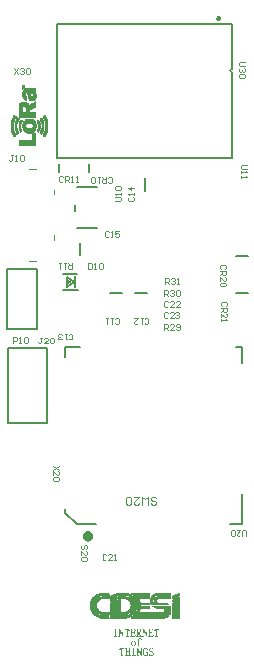
<source format=gto>
G04 Layer_Color=65535*
%FSLAX24Y24*%
%MOIN*%
G70*
G01*
G75*
%ADD37C,0.0059*%
%ADD55C,0.0157*%
%ADD56C,0.0079*%
%ADD57C,0.0060*%
%ADD58C,0.0010*%
%ADD59C,0.0080*%
%ADD60C,0.0039*%
%ADD61C,0.0059*%
%ADD62C,0.0039*%
%ADD63R,0.0079X0.0397*%
G36*
X4468Y1068D02*
X4472Y1068D01*
X4475Y1067D01*
X4480Y1066D01*
X4484Y1065D01*
X4489Y1064D01*
X4494Y1062D01*
X4499Y1060D01*
X4504Y1057D01*
X4509Y1054D01*
X4514Y1050D01*
X4518Y1046D01*
X4522Y1040D01*
X4523Y1040D01*
X4523Y1039D01*
X4524Y1038D01*
X4526Y1035D01*
X4527Y1033D01*
X4529Y1030D01*
X4531Y1026D01*
X4534Y1022D01*
X4535Y1018D01*
X4538Y1013D01*
X4541Y1002D01*
X4542Y996D01*
X4543Y990D01*
X4544Y984D01*
X4545Y978D01*
Y977D01*
Y976D01*
Y974D01*
X4544Y971D01*
X4544Y968D01*
X4543Y964D01*
X4543Y960D01*
X4542Y955D01*
X4539Y945D01*
X4537Y939D01*
X4535Y934D01*
X4532Y928D01*
X4528Y923D01*
X4525Y918D01*
X4521Y913D01*
X4520Y912D01*
X4520Y912D01*
X4518Y910D01*
X4516Y909D01*
X4514Y907D01*
X4511Y905D01*
X4508Y902D01*
X4505Y900D01*
X4500Y897D01*
X4496Y895D01*
X4491Y893D01*
X4486Y891D01*
X4481Y889D01*
X4475Y888D01*
X4469Y887D01*
X4462Y887D01*
X4461D01*
X4459Y887D01*
X4456D01*
X4453Y888D01*
X4450Y888D01*
X4446Y889D01*
X4441Y890D01*
X4436Y892D01*
X4432Y893D01*
X4427Y896D01*
X4422Y898D01*
X4417Y901D01*
X4412Y905D01*
X4407Y909D01*
X4403Y913D01*
X4403Y914D01*
X4402Y914D01*
X4401Y916D01*
X4399Y918D01*
X4397Y921D01*
X4396Y924D01*
X4393Y928D01*
X4392Y932D01*
X4389Y936D01*
X4387Y941D01*
X4385Y946D01*
X4384Y952D01*
X4382Y958D01*
X4381Y964D01*
X4380Y971D01*
X4380Y978D01*
Y978D01*
Y979D01*
Y981D01*
X4380Y984D01*
X4381Y987D01*
X4381Y990D01*
X4382Y994D01*
X4383Y999D01*
X4385Y1008D01*
X4387Y1014D01*
X4389Y1019D01*
X4392Y1024D01*
X4395Y1030D01*
X4399Y1035D01*
X4403Y1040D01*
X4403Y1041D01*
X4404Y1042D01*
X4405Y1043D01*
X4407Y1045D01*
X4409Y1047D01*
X4412Y1050D01*
X4415Y1052D01*
X4419Y1055D01*
X4423Y1057D01*
X4427Y1060D01*
X4432Y1062D01*
X4437Y1064D01*
X4443Y1066D01*
X4449Y1068D01*
X4456Y1068D01*
X4462Y1069D01*
X4466D01*
X4468Y1068D01*
D02*
G37*
G36*
X4936Y759D02*
X4921Y755D01*
Y755D01*
X4920Y756D01*
X4919Y758D01*
X4919Y760D01*
X4918Y763D01*
X4917Y766D01*
X4914Y773D01*
X4911Y781D01*
X4907Y788D01*
X4903Y795D01*
X4900Y799D01*
X4898Y801D01*
X4897Y802D01*
X4896Y803D01*
X4893Y806D01*
X4889Y808D01*
X4885Y810D01*
X4880Y812D01*
X4874Y814D01*
X4867Y815D01*
X4867D01*
X4866Y814D01*
X4864D01*
X4860Y813D01*
X4855Y811D01*
X4852Y810D01*
X4849Y807D01*
X4846Y805D01*
X4843Y802D01*
X4839Y799D01*
X4836Y795D01*
X4832Y790D01*
X4829Y785D01*
X4829Y785D01*
X4828Y784D01*
X4828Y782D01*
X4826Y780D01*
X4825Y776D01*
X4824Y773D01*
X4822Y768D01*
X4820Y763D01*
X4819Y757D01*
X4817Y750D01*
X4815Y743D01*
X4814Y734D01*
X4813Y725D01*
X4812Y716D01*
X4812Y705D01*
X4811Y694D01*
Y693D01*
Y692D01*
Y690D01*
X4812Y687D01*
Y683D01*
X4812Y679D01*
X4812Y674D01*
X4813Y668D01*
X4814Y663D01*
X4815Y656D01*
X4817Y643D01*
X4820Y630D01*
X4825Y616D01*
Y616D01*
X4826Y614D01*
X4826Y613D01*
X4827Y610D01*
X4829Y608D01*
X4831Y605D01*
X4835Y598D01*
X4842Y591D01*
X4845Y588D01*
X4849Y586D01*
X4854Y583D01*
X4858Y581D01*
X4863Y580D01*
X4869Y580D01*
X4871D01*
X4874Y580D01*
X4878Y581D01*
X4881Y581D01*
X4885Y582D01*
X4889Y584D01*
X4893Y586D01*
X4893Y586D01*
X4894Y587D01*
X4895Y588D01*
X4897Y590D01*
X4899Y593D01*
X4900Y596D01*
X4902Y600D01*
X4903Y604D01*
Y654D01*
Y655D01*
Y656D01*
Y657D01*
X4902Y659D01*
X4901Y662D01*
X4900Y664D01*
X4899Y665D01*
X4898Y666D01*
X4897Y667D01*
X4893Y668D01*
X4891Y669D01*
X4875D01*
Y685D01*
X4959D01*
Y669D01*
X4945D01*
X4944Y668D01*
X4941Y667D01*
X4938Y665D01*
X4938Y664D01*
X4937Y663D01*
X4935Y660D01*
X4935Y656D01*
Y577D01*
X4934D01*
X4933Y577D01*
X4932Y578D01*
X4930Y578D01*
X4927Y579D01*
X4925D01*
X4924Y579D01*
X4924D01*
X4923Y580D01*
X4922Y580D01*
X4919D01*
X4917Y580D01*
X4915Y579D01*
X4915D01*
X4914Y579D01*
X4913Y578D01*
X4911Y577D01*
X4911Y576D01*
X4909Y575D01*
X4907Y574D01*
X4905Y572D01*
X4902Y570D01*
X4898Y568D01*
X4894Y566D01*
X4890Y565D01*
X4890D01*
X4888Y565D01*
X4886Y564D01*
X4884Y564D01*
X4880Y563D01*
X4876Y562D01*
X4872Y562D01*
X4865D01*
X4863Y562D01*
X4860Y563D01*
X4856Y563D01*
X4851Y564D01*
X4846Y565D01*
X4841Y567D01*
X4835Y569D01*
X4830Y572D01*
X4824Y576D01*
X4818Y580D01*
X4812Y584D01*
X4807Y590D01*
X4802Y596D01*
X4798Y603D01*
X4797Y604D01*
X4797Y605D01*
X4796Y607D01*
X4795Y610D01*
X4793Y614D01*
X4791Y619D01*
X4789Y624D01*
X4787Y630D01*
X4785Y637D01*
X4783Y644D01*
X4781Y651D01*
X4779Y659D01*
X4778Y667D01*
X4777Y676D01*
X4776Y685D01*
X4776Y694D01*
Y695D01*
Y696D01*
Y699D01*
X4776Y703D01*
X4777Y708D01*
X4777Y714D01*
X4778Y720D01*
X4779Y727D01*
X4780Y735D01*
X4782Y743D01*
X4784Y751D01*
X4787Y759D01*
X4790Y767D01*
X4793Y776D01*
X4797Y784D01*
X4801Y792D01*
X4802Y792D01*
X4803Y794D01*
X4804Y795D01*
X4806Y798D01*
X4809Y801D01*
X4812Y805D01*
X4815Y808D01*
X4819Y812D01*
X4824Y816D01*
X4829Y820D01*
X4834Y823D01*
X4840Y826D01*
X4846Y829D01*
X4853Y831D01*
X4860Y833D01*
X4867Y833D01*
X4869D01*
X4871Y833D01*
X4874Y832D01*
X4877Y832D01*
X4881Y831D01*
X4885Y830D01*
X4889Y828D01*
X4890D01*
X4891Y827D01*
X4893Y827D01*
X4895Y826D01*
X4898Y825D01*
X4900Y824D01*
X4902Y824D01*
X4904Y824D01*
X4905D01*
X4906Y824D01*
X4908Y824D01*
X4911Y826D01*
X4911Y826D01*
X4912Y826D01*
X4914Y827D01*
X4915Y828D01*
X4917Y830D01*
X4919Y831D01*
X4922Y833D01*
X4936Y759D01*
D02*
G37*
G36*
X3928Y1457D02*
X3889D01*
X3887Y1456D01*
X3885Y1456D01*
X3882Y1454D01*
X3882Y1454D01*
X3881Y1453D01*
X3880Y1451D01*
X3880Y1449D01*
Y1233D01*
Y1232D01*
X3880Y1231D01*
X3881Y1228D01*
X3882Y1227D01*
X3883Y1226D01*
X3884Y1226D01*
X3886Y1225D01*
X3889Y1225D01*
X3928D01*
Y1208D01*
X3800D01*
Y1225D01*
X3839D01*
X3842Y1225D01*
X3844Y1225D01*
X3845Y1226D01*
X3846Y1227D01*
X3846Y1227D01*
X3847Y1228D01*
X3847Y1230D01*
X3848Y1233D01*
Y1449D01*
Y1449D01*
Y1449D01*
X3847Y1451D01*
X3847Y1453D01*
X3846Y1455D01*
X3846Y1455D01*
X3845Y1456D01*
X3842Y1456D01*
X3841Y1457D01*
X3800D01*
Y1473D01*
X3928D01*
Y1457D01*
D02*
G37*
G36*
X4700Y1154D02*
X4703D01*
X4709Y1154D01*
X4716Y1152D01*
X4723Y1150D01*
X4729Y1148D01*
X4735Y1145D01*
X4736Y1144D01*
X4737Y1143D01*
X4739Y1141D01*
X4742Y1138D01*
X4745Y1134D01*
X4747Y1130D01*
X4748Y1126D01*
X4749Y1121D01*
Y1121D01*
Y1120D01*
X4749Y1118D01*
Y1117D01*
X4747Y1112D01*
X4747Y1110D01*
X4745Y1108D01*
Y1107D01*
X4744Y1107D01*
X4743Y1106D01*
X4742Y1105D01*
X4740Y1104D01*
X4737Y1103D01*
X4734Y1102D01*
X4730Y1102D01*
X4729D01*
X4728Y1102D01*
X4726D01*
X4721Y1104D01*
X4720Y1104D01*
X4717Y1106D01*
X4717Y1106D01*
X4717Y1107D01*
X4716Y1108D01*
X4715Y1109D01*
X4714Y1111D01*
X4713Y1113D01*
X4713Y1116D01*
X4712Y1119D01*
Y1120D01*
Y1121D01*
X4713Y1122D01*
X4713Y1125D01*
Y1125D01*
X4713Y1126D01*
X4714Y1127D01*
Y1129D01*
Y1129D01*
Y1129D01*
X4713Y1131D01*
X4712Y1133D01*
X4710Y1135D01*
X4710Y1135D01*
X4709Y1136D01*
X4707Y1137D01*
X4705Y1137D01*
X4701Y1138D01*
X4697Y1138D01*
X4690D01*
X4686Y1138D01*
X4683Y1137D01*
X4678Y1135D01*
X4674Y1134D01*
X4670Y1131D01*
X4666Y1128D01*
X4665Y1127D01*
X4664Y1126D01*
X4662Y1123D01*
X4661Y1119D01*
X4659Y1115D01*
X4657Y1109D01*
X4656Y1101D01*
X4656Y1092D01*
Y1066D01*
X4719D01*
Y1049D01*
X4656D01*
Y914D01*
Y914D01*
X4656Y912D01*
X4657Y910D01*
X4658Y908D01*
X4658Y908D01*
X4660Y907D01*
X4662Y906D01*
X4665Y906D01*
X4705D01*
Y890D01*
X4587D01*
Y906D01*
X4618D01*
X4620Y906D01*
X4623Y907D01*
X4624Y907D01*
X4625Y908D01*
X4625Y908D01*
X4626Y910D01*
X4626Y912D01*
X4627Y914D01*
Y1049D01*
X4580D01*
Y1066D01*
X4627D01*
Y1088D01*
Y1088D01*
Y1089D01*
Y1091D01*
X4627Y1093D01*
X4627Y1096D01*
X4628Y1099D01*
X4629Y1106D01*
X4632Y1114D01*
X4634Y1119D01*
X4636Y1123D01*
X4638Y1127D01*
X4641Y1131D01*
X4644Y1134D01*
X4648Y1138D01*
X4648Y1138D01*
X4649Y1138D01*
X4650Y1139D01*
X4651Y1140D01*
X4653Y1142D01*
X4656Y1143D01*
X4661Y1146D01*
X4668Y1149D01*
X4676Y1152D01*
X4684Y1154D01*
X4689Y1155D01*
X4698D01*
X4700Y1154D01*
D02*
G37*
G36*
X5132Y765D02*
X5118Y760D01*
Y761D01*
X5117Y762D01*
X5116Y764D01*
X5115Y766D01*
X5114Y768D01*
X5112Y771D01*
X5109Y778D01*
X5105Y786D01*
X5100Y793D01*
X5097Y796D01*
X5095Y799D01*
X5092Y802D01*
X5090Y804D01*
X5089Y804D01*
X5087Y806D01*
X5084Y807D01*
X5080Y810D01*
X5076Y811D01*
X5069Y813D01*
X5063Y814D01*
X5055Y815D01*
X5053D01*
X5051Y814D01*
X5049D01*
X5046Y814D01*
X5041Y813D01*
X5035Y811D01*
X5029Y808D01*
X5024Y805D01*
X5021Y803D01*
X5019Y800D01*
X5019Y799D01*
X5018Y798D01*
X5016Y795D01*
X5014Y791D01*
X5013Y786D01*
X5011Y781D01*
X5010Y775D01*
X5010Y769D01*
Y768D01*
Y767D01*
X5010Y764D01*
X5011Y760D01*
X5012Y756D01*
X5013Y752D01*
X5016Y748D01*
X5018Y745D01*
X5019Y744D01*
X5021Y743D01*
X5022Y742D01*
X5024Y741D01*
X5026Y740D01*
X5028Y738D01*
X5032Y736D01*
X5035Y734D01*
X5040Y732D01*
X5044Y729D01*
X5050Y726D01*
X5056Y723D01*
X5063Y720D01*
X5070Y717D01*
X5071D01*
X5072Y716D01*
X5074Y715D01*
X5077Y714D01*
X5080Y712D01*
X5083Y711D01*
X5091Y707D01*
X5100Y701D01*
X5109Y695D01*
X5117Y689D01*
X5121Y685D01*
X5124Y681D01*
X5124Y681D01*
X5125Y681D01*
X5125Y680D01*
X5127Y678D01*
X5128Y676D01*
X5129Y674D01*
X5132Y668D01*
X5135Y661D01*
X5138Y654D01*
X5140Y645D01*
X5141Y640D01*
Y635D01*
Y635D01*
Y634D01*
Y632D01*
X5140Y630D01*
X5140Y628D01*
X5140Y625D01*
X5138Y618D01*
X5136Y610D01*
X5132Y602D01*
X5130Y597D01*
X5127Y593D01*
X5124Y589D01*
X5121Y584D01*
X5120Y584D01*
X5120Y583D01*
X5119Y582D01*
X5117Y581D01*
X5115Y579D01*
X5112Y577D01*
X5109Y575D01*
X5106Y573D01*
X5102Y571D01*
X5098Y569D01*
X5093Y567D01*
X5088Y566D01*
X5082Y564D01*
X5076Y563D01*
X5070Y562D01*
X5063Y562D01*
X5060D01*
X5057Y562D01*
X5053Y563D01*
X5049Y563D01*
X5044Y564D01*
X5039Y565D01*
X5034Y567D01*
X5033Y568D01*
X5032Y568D01*
X5030Y569D01*
X5027Y570D01*
X5021Y572D01*
X5017Y572D01*
X5015Y572D01*
X5014D01*
X5013Y572D01*
X5010Y571D01*
X5008Y570D01*
X5007D01*
X5007Y569D01*
X5006Y569D01*
X5004Y568D01*
X5002Y567D01*
X5000Y565D01*
X4996Y564D01*
X4992Y562D01*
X4979Y642D01*
X4995Y646D01*
Y646D01*
X4995Y645D01*
X4996Y643D01*
X4997Y640D01*
X4998Y637D01*
X4999Y633D01*
X5003Y625D01*
X5007Y616D01*
X5012Y607D01*
X5014Y603D01*
X5018Y600D01*
X5021Y596D01*
X5024Y593D01*
X5024D01*
X5025Y593D01*
X5026Y592D01*
X5027Y591D01*
X5031Y589D01*
X5036Y587D01*
X5042Y584D01*
X5049Y582D01*
X5056Y581D01*
X5064Y580D01*
X5066D01*
X5068Y580D01*
X5072Y581D01*
X5078Y582D01*
X5083Y583D01*
X5089Y586D01*
X5095Y589D01*
X5100Y594D01*
X5100Y594D01*
X5101Y596D01*
X5103Y600D01*
X5106Y604D01*
X5108Y610D01*
X5110Y617D01*
X5111Y625D01*
X5112Y635D01*
Y636D01*
X5111Y637D01*
X5111Y640D01*
X5110Y644D01*
X5108Y648D01*
X5106Y652D01*
X5103Y657D01*
X5098Y662D01*
X5097Y663D01*
X5096Y664D01*
X5092Y667D01*
X5090Y669D01*
X5088Y671D01*
X5085Y673D01*
X5081Y675D01*
X5077Y677D01*
X5073Y680D01*
X5069Y683D01*
X5064Y685D01*
X5059Y688D01*
X5053Y691D01*
X5053Y691D01*
X5051Y692D01*
X5049Y692D01*
X5047Y694D01*
X5044Y695D01*
X5040Y697D01*
X5036Y699D01*
X5032Y701D01*
X5022Y705D01*
X5013Y711D01*
X5005Y716D01*
X5001Y719D01*
X4998Y721D01*
Y721D01*
X4997Y722D01*
X4996Y724D01*
X4993Y727D01*
X4990Y732D01*
X4987Y739D01*
X4985Y746D01*
X4983Y755D01*
X4982Y760D01*
X4982Y766D01*
Y766D01*
Y767D01*
Y768D01*
X4982Y770D01*
X4983Y772D01*
X4983Y775D01*
X4985Y780D01*
X4987Y788D01*
X4990Y795D01*
X4993Y799D01*
X4996Y803D01*
X4998Y807D01*
X5002Y811D01*
X5002Y812D01*
X5003Y812D01*
X5004Y813D01*
X5006Y815D01*
X5008Y816D01*
X5010Y818D01*
X5013Y820D01*
X5017Y822D01*
X5020Y824D01*
X5025Y826D01*
X5029Y828D01*
X5034Y830D01*
X5040Y831D01*
X5046Y832D01*
X5052Y833D01*
X5058Y833D01*
X5061D01*
X5064Y833D01*
X5068Y832D01*
X5072Y831D01*
X5077Y831D01*
X5082Y829D01*
X5088Y827D01*
X5088Y827D01*
X5090Y827D01*
X5092Y826D01*
X5095Y825D01*
X5101Y823D01*
X5104Y823D01*
X5107Y822D01*
X5107D01*
X5108Y823D01*
X5111Y823D01*
X5112Y824D01*
X5113Y824D01*
X5114Y825D01*
X5115Y826D01*
X5117Y827D01*
X5119Y829D01*
X5121Y831D01*
X5124Y833D01*
X5132Y765D01*
D02*
G37*
G36*
X4767Y813D02*
X4750D01*
X4748Y813D01*
X4745Y812D01*
X4743Y811D01*
X4743Y811D01*
X4742Y810D01*
X4741Y808D01*
X4741Y805D01*
Y565D01*
X4725D01*
X4614Y782D01*
Y590D01*
Y589D01*
X4615Y587D01*
X4615Y585D01*
X4617Y583D01*
X4617Y583D01*
X4618Y582D01*
X4621Y582D01*
X4624Y581D01*
X4640D01*
Y565D01*
X4572D01*
Y581D01*
X4589D01*
X4591Y582D01*
X4593Y582D01*
X4595Y583D01*
X4595Y584D01*
X4596Y585D01*
X4597Y587D01*
X4597Y590D01*
Y805D01*
Y806D01*
Y806D01*
X4597Y808D01*
X4597Y810D01*
X4595Y811D01*
X4595Y812D01*
X4594Y812D01*
X4591Y813D01*
X4590Y813D01*
X4575D01*
Y830D01*
X4625D01*
X4724Y640D01*
Y805D01*
Y806D01*
Y806D01*
X4723Y808D01*
X4723Y810D01*
X4722Y811D01*
X4721Y812D01*
X4720Y812D01*
X4718Y813D01*
X4716Y813D01*
X4698D01*
Y830D01*
X4767D01*
Y813D01*
D02*
G37*
G36*
X4536D02*
X4497D01*
X4495Y813D01*
X4493Y812D01*
X4491Y811D01*
X4490Y811D01*
X4490Y810D01*
X4488Y808D01*
X4488Y805D01*
Y590D01*
Y589D01*
X4488Y587D01*
X4489Y585D01*
X4491Y583D01*
X4491Y583D01*
X4492Y582D01*
X4495Y582D01*
X4498Y581D01*
X4536D01*
Y565D01*
X4408D01*
Y581D01*
X4448D01*
X4450Y582D01*
X4452Y582D01*
X4454Y582D01*
X4454Y583D01*
X4455Y584D01*
X4455Y585D01*
X4456Y587D01*
X4456Y590D01*
Y805D01*
Y806D01*
Y806D01*
X4456Y808D01*
X4455Y810D01*
X4454Y811D01*
X4454Y812D01*
X4453Y812D01*
X4450Y813D01*
X4449Y813D01*
X4408D01*
Y830D01*
X4536D01*
Y813D01*
D02*
G37*
G36*
X4165Y766D02*
X4151Y764D01*
Y764D01*
X4150Y765D01*
X4150Y767D01*
X4149Y769D01*
X4148Y772D01*
X4147Y775D01*
X4144Y782D01*
X4140Y788D01*
X4137Y795D01*
X4136Y798D01*
X4134Y800D01*
X4133Y803D01*
X4132Y804D01*
X4131Y805D01*
X4131Y806D01*
X4129Y807D01*
X4127Y808D01*
X4123Y810D01*
X4119Y811D01*
X4114Y811D01*
X4107Y812D01*
X4095D01*
X4094Y811D01*
X4093D01*
Y811D01*
Y811D01*
Y810D01*
X4093Y808D01*
Y806D01*
Y803D01*
Y799D01*
Y590D01*
Y589D01*
X4093Y587D01*
X4094Y585D01*
X4095Y583D01*
X4096Y583D01*
X4097Y582D01*
X4099Y582D01*
X4102Y581D01*
X4120D01*
Y565D01*
X4033D01*
Y581D01*
X4052D01*
X4054Y582D01*
X4057Y582D01*
X4059Y583D01*
X4059Y584D01*
X4060Y585D01*
X4060Y587D01*
X4061Y590D01*
Y801D01*
Y801D01*
Y802D01*
Y804D01*
Y806D01*
Y808D01*
Y810D01*
X4060Y811D01*
Y811D01*
X4060D01*
X4059Y812D01*
X4048D01*
X4045Y811D01*
X4041Y811D01*
X4036Y810D01*
X4032Y809D01*
X4028Y807D01*
X4024Y805D01*
X4024Y804D01*
X4023Y803D01*
X4021Y801D01*
X4020Y799D01*
X4019Y797D01*
X4018Y795D01*
X4016Y792D01*
X4015Y788D01*
X4013Y785D01*
X4011Y780D01*
X4009Y775D01*
X4007Y770D01*
X4004Y764D01*
X3988Y766D01*
X4003Y830D01*
X4152D01*
X4165Y766D01*
D02*
G37*
G36*
X4367Y813D02*
X4356D01*
X4354Y813D01*
X4352Y812D01*
X4349Y811D01*
X4349Y811D01*
X4348Y810D01*
X4347Y808D01*
X4347Y805D01*
Y590D01*
Y589D01*
X4347Y587D01*
X4348Y585D01*
X4349Y583D01*
X4350Y583D01*
X4351Y582D01*
X4353Y582D01*
X4357Y581D01*
X4368D01*
Y565D01*
X4294D01*
Y581D01*
X4306D01*
X4309Y582D01*
X4311Y582D01*
X4312Y582D01*
X4313Y583D01*
X4313Y584D01*
X4314Y585D01*
X4314Y587D01*
X4315Y590D01*
Y696D01*
X4234D01*
Y590D01*
Y589D01*
X4234Y587D01*
X4235Y585D01*
X4236Y583D01*
X4237Y583D01*
X4238Y582D01*
X4240Y582D01*
X4243Y581D01*
X4255D01*
Y565D01*
X4181D01*
Y581D01*
X4193D01*
X4195Y582D01*
X4198Y582D01*
X4200Y583D01*
X4200Y584D01*
X4201Y585D01*
X4202Y587D01*
X4202Y590D01*
Y805D01*
Y806D01*
Y806D01*
X4202Y808D01*
X4201Y810D01*
X4200Y811D01*
X4199Y812D01*
X4198Y812D01*
X4196Y813D01*
X4193Y813D01*
X4182D01*
Y830D01*
X4254D01*
Y813D01*
X4243D01*
X4241Y813D01*
X4238Y812D01*
X4236Y811D01*
X4236Y811D01*
X4235Y810D01*
X4234Y808D01*
X4234Y805D01*
Y712D01*
X4315D01*
Y805D01*
Y806D01*
Y806D01*
X4314Y808D01*
X4314Y810D01*
X4313Y811D01*
X4313Y812D01*
X4312Y812D01*
X4309Y813D01*
X4308Y813D01*
X4295D01*
Y830D01*
X4367D01*
Y813D01*
D02*
G37*
G36*
X4659Y1473D02*
X4662D01*
X4665Y1473D01*
X4669Y1472D01*
X4673Y1471D01*
X4682Y1469D01*
X4692Y1466D01*
X4701Y1462D01*
X4705Y1460D01*
X4709Y1457D01*
X4709D01*
X4710Y1456D01*
X4711Y1455D01*
X4712Y1454D01*
X4714Y1452D01*
X4716Y1450D01*
X4717Y1448D01*
X4719Y1445D01*
X4721Y1442D01*
X4723Y1438D01*
X4725Y1434D01*
X4726Y1430D01*
X4728Y1425D01*
X4729Y1421D01*
X4729Y1415D01*
X4729Y1409D01*
Y1409D01*
Y1408D01*
Y1406D01*
X4729Y1404D01*
Y1401D01*
X4728Y1398D01*
X4727Y1391D01*
X4725Y1383D01*
X4722Y1375D01*
X4720Y1371D01*
X4717Y1367D01*
X4715Y1363D01*
X4712Y1360D01*
X4711Y1359D01*
X4711Y1359D01*
X4709Y1357D01*
X4705Y1354D01*
X4701Y1351D01*
X4695Y1347D01*
X4689Y1344D01*
X4682Y1341D01*
X4675Y1340D01*
X4720Y1233D01*
Y1233D01*
X4720Y1232D01*
X4721Y1230D01*
X4723Y1228D01*
X4725Y1226D01*
X4725Y1226D01*
X4727Y1225D01*
X4729Y1225D01*
X4731Y1225D01*
X4744D01*
Y1208D01*
X4696D01*
X4646Y1338D01*
X4618D01*
Y1233D01*
Y1232D01*
X4618Y1231D01*
X4619Y1228D01*
X4620Y1227D01*
X4621Y1226D01*
X4622Y1226D01*
X4624Y1225D01*
X4627Y1225D01*
X4641D01*
Y1208D01*
X4563D01*
Y1225D01*
X4577D01*
X4579Y1225D01*
X4582Y1225D01*
X4583Y1226D01*
X4584Y1227D01*
X4584Y1227D01*
X4585Y1228D01*
X4586Y1230D01*
X4586Y1233D01*
Y1449D01*
Y1449D01*
Y1449D01*
X4586Y1451D01*
X4585Y1453D01*
X4584Y1455D01*
X4583Y1455D01*
X4582Y1456D01*
X4580Y1456D01*
X4578Y1457D01*
X4563D01*
Y1473D01*
X4657D01*
X4659Y1473D01*
D02*
G37*
G36*
X4538Y1416D02*
X4525Y1411D01*
Y1412D01*
X4524Y1413D01*
X4523Y1414D01*
X4523Y1415D01*
X4520Y1419D01*
X4517Y1425D01*
X4513Y1430D01*
X4508Y1436D01*
X4504Y1442D01*
X4499Y1446D01*
X4498Y1446D01*
X4497Y1448D01*
X4494Y1449D01*
X4491Y1451D01*
X4487Y1453D01*
X4482Y1455D01*
X4477Y1456D01*
X4471Y1457D01*
X4428D01*
X4427Y1456D01*
X4424Y1456D01*
X4422Y1454D01*
X4421Y1454D01*
X4421Y1453D01*
X4420Y1451D01*
X4420Y1449D01*
Y1359D01*
X4462D01*
X4464Y1359D01*
X4467Y1359D01*
X4470Y1360D01*
X4473Y1361D01*
X4476Y1363D01*
X4478Y1365D01*
X4478Y1365D01*
X4479Y1366D01*
X4480Y1368D01*
X4481Y1370D01*
X4482Y1373D01*
X4483Y1376D01*
X4483Y1381D01*
X4484Y1385D01*
Y1398D01*
X4501D01*
Y1302D01*
X4484D01*
Y1312D01*
Y1312D01*
Y1314D01*
X4483Y1317D01*
X4483Y1320D01*
X4482Y1324D01*
X4481Y1327D01*
X4480Y1331D01*
X4478Y1334D01*
X4478Y1335D01*
X4477Y1335D01*
X4475Y1337D01*
X4474Y1338D01*
X4471Y1340D01*
X4468Y1341D01*
X4464Y1342D01*
X4459Y1342D01*
X4420D01*
Y1233D01*
Y1232D01*
X4420Y1231D01*
X4421Y1228D01*
X4422Y1227D01*
X4422Y1226D01*
X4424Y1226D01*
X4426Y1225D01*
X4429Y1225D01*
X4470D01*
X4472Y1225D01*
X4476Y1225D01*
X4480Y1226D01*
X4486Y1228D01*
X4492Y1230D01*
X4498Y1233D01*
X4504Y1237D01*
X4505Y1237D01*
X4507Y1239D01*
X4509Y1242D01*
X4513Y1247D01*
X4517Y1252D01*
X4519Y1255D01*
X4521Y1259D01*
X4523Y1263D01*
X4525Y1268D01*
X4527Y1273D01*
X4529Y1278D01*
X4543Y1273D01*
X4526Y1208D01*
X4365D01*
Y1225D01*
X4379D01*
X4381Y1225D01*
X4384Y1225D01*
X4385Y1226D01*
X4385Y1227D01*
X4386Y1227D01*
X4387Y1228D01*
X4387Y1230D01*
X4387Y1233D01*
Y1449D01*
Y1449D01*
Y1449D01*
X4387Y1451D01*
X4387Y1453D01*
X4385Y1455D01*
X4385Y1455D01*
X4384Y1456D01*
X4381Y1456D01*
X4380Y1457D01*
X4366D01*
Y1473D01*
X4521D01*
X4538Y1416D01*
D02*
G37*
G36*
X5329Y1409D02*
X5315Y1407D01*
Y1407D01*
X5314Y1409D01*
X5314Y1410D01*
X5313Y1413D01*
X5312Y1415D01*
X5311Y1418D01*
X5308Y1425D01*
X5305Y1432D01*
X5301Y1438D01*
X5300Y1441D01*
X5298Y1444D01*
X5297Y1446D01*
X5296Y1448D01*
X5295Y1448D01*
X5295Y1449D01*
X5293Y1450D01*
X5291Y1451D01*
X5287Y1453D01*
X5283Y1454D01*
X5278Y1455D01*
X5271Y1455D01*
X5259D01*
X5258Y1455D01*
X5257D01*
Y1454D01*
Y1454D01*
Y1453D01*
X5257Y1451D01*
Y1449D01*
Y1446D01*
Y1442D01*
Y1233D01*
Y1232D01*
X5257Y1231D01*
X5258Y1228D01*
X5259Y1227D01*
X5260Y1226D01*
X5261Y1226D01*
X5263Y1225D01*
X5266Y1225D01*
X5284D01*
Y1208D01*
X5198D01*
Y1225D01*
X5216D01*
X5218Y1225D01*
X5221Y1225D01*
X5223Y1227D01*
X5223Y1227D01*
X5224Y1228D01*
X5224Y1230D01*
X5225Y1233D01*
Y1444D01*
Y1445D01*
Y1446D01*
Y1447D01*
Y1449D01*
Y1451D01*
Y1453D01*
X5224Y1454D01*
Y1455D01*
X5224D01*
X5223Y1455D01*
X5212D01*
X5209Y1455D01*
X5205Y1454D01*
X5200Y1453D01*
X5196Y1452D01*
X5192Y1450D01*
X5188Y1448D01*
X5188Y1448D01*
X5187Y1447D01*
X5186Y1444D01*
X5184Y1443D01*
X5183Y1441D01*
X5182Y1438D01*
X5180Y1435D01*
X5179Y1432D01*
X5177Y1428D01*
X5175Y1424D01*
X5173Y1419D01*
X5171Y1413D01*
X5168Y1407D01*
X5152Y1409D01*
X5167Y1473D01*
X5317D01*
X5329Y1409D01*
D02*
G37*
G36*
X5129Y1416D02*
X5116Y1411D01*
Y1412D01*
X5115Y1413D01*
X5114Y1414D01*
X5113Y1415D01*
X5111Y1419D01*
X5108Y1425D01*
X5104Y1430D01*
X5099Y1436D01*
X5095Y1442D01*
X5090Y1446D01*
X5089Y1446D01*
X5088Y1448D01*
X5085Y1449D01*
X5081Y1451D01*
X5077Y1453D01*
X5073Y1455D01*
X5068Y1456D01*
X5062Y1457D01*
X5019D01*
X5017Y1456D01*
X5015Y1456D01*
X5013Y1454D01*
X5012Y1454D01*
X5012Y1453D01*
X5011Y1451D01*
X5010Y1449D01*
Y1359D01*
X5052D01*
X5054Y1359D01*
X5057Y1359D01*
X5060Y1360D01*
X5064Y1361D01*
X5066Y1363D01*
X5069Y1365D01*
X5069Y1365D01*
X5070Y1366D01*
X5070Y1368D01*
X5072Y1370D01*
X5073Y1373D01*
X5074Y1376D01*
X5074Y1381D01*
X5074Y1385D01*
Y1398D01*
X5092D01*
Y1302D01*
X5074D01*
Y1312D01*
Y1312D01*
Y1314D01*
X5074Y1317D01*
X5074Y1320D01*
X5073Y1324D01*
X5072Y1327D01*
X5070Y1331D01*
X5069Y1334D01*
X5068Y1335D01*
X5068Y1335D01*
X5066Y1337D01*
X5064Y1338D01*
X5062Y1340D01*
X5058Y1341D01*
X5054Y1342D01*
X5050Y1342D01*
X5010D01*
Y1233D01*
Y1232D01*
X5011Y1231D01*
X5012Y1228D01*
X5013Y1227D01*
X5013Y1226D01*
X5014Y1226D01*
X5017Y1225D01*
X5020Y1225D01*
X5061D01*
X5062Y1225D01*
X5066Y1225D01*
X5071Y1226D01*
X5077Y1228D01*
X5083Y1230D01*
X5089Y1233D01*
X5095Y1237D01*
X5096Y1237D01*
X5097Y1239D01*
X5100Y1242D01*
X5104Y1247D01*
X5108Y1252D01*
X5109Y1255D01*
X5112Y1259D01*
X5114Y1263D01*
X5116Y1268D01*
X5118Y1273D01*
X5120Y1278D01*
X5134Y1273D01*
X5116Y1208D01*
X4955D01*
Y1225D01*
X4970D01*
X4972Y1225D01*
X4974Y1225D01*
X4975Y1226D01*
X4976Y1227D01*
X4977Y1227D01*
X4977Y1228D01*
X4978Y1230D01*
X4978Y1233D01*
Y1449D01*
Y1449D01*
Y1449D01*
X4978Y1451D01*
X4977Y1453D01*
X4976Y1455D01*
X4976Y1455D01*
X4975Y1456D01*
X4972Y1456D01*
X4971Y1457D01*
X4957D01*
Y1473D01*
X5112D01*
X5129Y1416D01*
D02*
G37*
G36*
X2411Y13032D02*
X2292Y12952D01*
Y13110D01*
X2411Y13032D01*
D02*
G37*
G36*
X3017Y4715D02*
X3076Y4676D01*
X3115Y4618D01*
X3128Y4549D01*
X3115Y4481D01*
X3076Y4422D01*
X3017Y4383D01*
X2949Y4370D01*
X2880Y4383D01*
X2822Y4422D01*
X2783Y4481D01*
X2769Y4549D01*
X2783Y4618D01*
X2822Y4676D01*
X2880Y4715D01*
X2949Y4729D01*
X3017Y4715D01*
D02*
G37*
G36*
X4946Y1457D02*
X4929D01*
X4927Y1456D01*
X4925Y1456D01*
X4923Y1454D01*
X4922Y1454D01*
X4922Y1453D01*
X4921Y1451D01*
X4920Y1449D01*
Y1208D01*
X4905D01*
X4794Y1425D01*
Y1233D01*
Y1232D01*
X4794Y1231D01*
X4795Y1228D01*
X4796Y1227D01*
X4796Y1226D01*
X4798Y1226D01*
X4800Y1225D01*
X4803Y1225D01*
X4819D01*
Y1208D01*
X4751D01*
Y1225D01*
X4768D01*
X4770Y1225D01*
X4773Y1225D01*
X4775Y1227D01*
X4775Y1227D01*
X4776Y1228D01*
X4776Y1230D01*
X4777Y1233D01*
Y1449D01*
Y1449D01*
Y1449D01*
X4776Y1451D01*
X4776Y1453D01*
X4775Y1455D01*
X4775Y1455D01*
X4773Y1456D01*
X4771Y1456D01*
X4769Y1457D01*
X4754D01*
Y1473D01*
X4804D01*
X4903Y1283D01*
Y1449D01*
Y1449D01*
Y1449D01*
X4903Y1451D01*
X4902Y1453D01*
X4901Y1455D01*
X4901Y1455D01*
X4900Y1456D01*
X4897Y1456D01*
X4896Y1457D01*
X4878D01*
Y1473D01*
X4946D01*
Y1457D01*
D02*
G37*
G36*
X4158D02*
X4142D01*
X4140Y1456D01*
X4137Y1456D01*
X4135Y1454D01*
X4135Y1454D01*
X4134Y1453D01*
X4133Y1451D01*
X4132Y1449D01*
Y1208D01*
X4117D01*
X4006Y1425D01*
Y1233D01*
Y1232D01*
X4007Y1231D01*
X4007Y1228D01*
X4008Y1227D01*
X4009Y1226D01*
X4010Y1226D01*
X4012Y1225D01*
X4016Y1225D01*
X4032D01*
Y1208D01*
X3964D01*
Y1225D01*
X3980D01*
X3983Y1225D01*
X3985Y1225D01*
X3987Y1227D01*
X3987Y1227D01*
X3988Y1228D01*
X3989Y1230D01*
X3989Y1233D01*
Y1449D01*
Y1449D01*
Y1449D01*
X3989Y1451D01*
X3988Y1453D01*
X3987Y1455D01*
X3987Y1455D01*
X3986Y1456D01*
X3983Y1456D01*
X3982Y1457D01*
X3966D01*
Y1473D01*
X4017D01*
X4115Y1283D01*
Y1449D01*
Y1449D01*
Y1449D01*
X4115Y1451D01*
X4115Y1453D01*
X4114Y1455D01*
X4113Y1455D01*
X4112Y1456D01*
X4110Y1456D01*
X4108Y1457D01*
X4090D01*
Y1473D01*
X4158D01*
Y1457D01*
D02*
G37*
G36*
X4345Y1409D02*
X4330Y1407D01*
Y1407D01*
X4330Y1409D01*
X4329Y1410D01*
X4328Y1413D01*
X4327Y1415D01*
X4326Y1418D01*
X4323Y1425D01*
X4320Y1432D01*
X4317Y1438D01*
X4315Y1441D01*
X4314Y1444D01*
X4312Y1446D01*
X4311Y1448D01*
X4311Y1448D01*
X4310Y1449D01*
X4308Y1450D01*
X4306Y1451D01*
X4302Y1453D01*
X4298Y1454D01*
X4293Y1455D01*
X4286Y1455D01*
X4275D01*
X4273Y1455D01*
X4273D01*
Y1454D01*
Y1454D01*
Y1453D01*
X4272Y1451D01*
Y1449D01*
Y1446D01*
Y1442D01*
Y1233D01*
Y1232D01*
X4273Y1231D01*
X4273Y1228D01*
X4275Y1227D01*
X4275Y1226D01*
X4277Y1226D01*
X4279Y1225D01*
X4282Y1225D01*
X4300D01*
Y1208D01*
X4213D01*
Y1225D01*
X4231D01*
X4234Y1225D01*
X4236Y1225D01*
X4238Y1227D01*
X4238Y1227D01*
X4239Y1228D01*
X4240Y1230D01*
X4240Y1233D01*
Y1444D01*
Y1445D01*
Y1446D01*
Y1447D01*
Y1449D01*
Y1451D01*
Y1453D01*
X4240Y1454D01*
Y1455D01*
X4239D01*
X4239Y1455D01*
X4227D01*
X4224Y1455D01*
X4220Y1454D01*
X4215Y1453D01*
X4211Y1452D01*
X4207Y1450D01*
X4204Y1448D01*
X4203Y1448D01*
X4202Y1447D01*
X4201Y1444D01*
X4200Y1443D01*
X4199Y1441D01*
X4197Y1438D01*
X4196Y1435D01*
X4194Y1432D01*
X4192Y1428D01*
X4190Y1424D01*
X4188Y1419D01*
X4186Y1413D01*
X4183Y1407D01*
X4168Y1409D01*
X4182Y1473D01*
X4332D01*
X4345Y1409D01*
D02*
G37*
%LPC*%
G36*
X4644Y1457D02*
X4627D01*
X4625Y1456D01*
X4622Y1456D01*
X4620Y1454D01*
X4620Y1454D01*
X4619Y1453D01*
X4618Y1451D01*
X4618Y1449D01*
Y1354D01*
X4649D01*
X4651Y1355D01*
X4654Y1355D01*
X4659Y1356D01*
X4665Y1357D01*
X4670Y1359D01*
X4676Y1363D01*
X4682Y1367D01*
X4682Y1367D01*
X4684Y1369D01*
X4686Y1372D01*
X4689Y1377D01*
X4691Y1382D01*
X4693Y1389D01*
X4695Y1397D01*
X4696Y1406D01*
Y1407D01*
Y1407D01*
Y1409D01*
Y1410D01*
X4695Y1415D01*
X4694Y1420D01*
X4693Y1426D01*
X4690Y1432D01*
X4687Y1438D01*
X4683Y1443D01*
X4682Y1444D01*
X4681Y1446D01*
X4678Y1447D01*
X4674Y1450D01*
X4668Y1453D01*
X4661Y1454D01*
X4653Y1456D01*
X4644Y1457D01*
D02*
G37*
G36*
X4462Y1052D02*
X4460D01*
X4459Y1052D01*
X4455Y1051D01*
X4451Y1050D01*
X4445Y1047D01*
X4439Y1044D01*
X4436Y1042D01*
X4433Y1039D01*
X4430Y1036D01*
X4427Y1033D01*
Y1033D01*
X4427Y1032D01*
X4426Y1031D01*
X4425Y1030D01*
X4424Y1028D01*
X4423Y1025D01*
X4421Y1022D01*
X4420Y1019D01*
X4418Y1015D01*
X4417Y1011D01*
X4416Y1006D01*
X4415Y1001D01*
X4413Y996D01*
X4413Y990D01*
X4412Y983D01*
X4412Y976D01*
Y976D01*
Y975D01*
Y973D01*
X4412Y970D01*
Y967D01*
X4413Y964D01*
X4413Y960D01*
X4414Y955D01*
X4416Y946D01*
X4418Y937D01*
X4422Y928D01*
X4424Y924D01*
X4427Y921D01*
X4427Y920D01*
X4427Y920D01*
X4429Y918D01*
X4432Y915D01*
X4437Y912D01*
X4442Y909D01*
X4448Y906D01*
X4455Y904D01*
X4459Y904D01*
X4462Y903D01*
X4464D01*
X4466Y904D01*
X4470Y904D01*
X4476Y906D01*
X4482Y908D01*
X4488Y911D01*
X4491Y913D01*
X4494Y916D01*
X4496Y919D01*
X4499Y922D01*
Y922D01*
X4500Y923D01*
X4500Y924D01*
X4501Y926D01*
X4502Y928D01*
X4503Y930D01*
X4504Y933D01*
X4506Y936D01*
X4507Y940D01*
X4508Y944D01*
X4509Y948D01*
X4510Y953D01*
X4511Y959D01*
X4512Y964D01*
X4512Y970D01*
Y976D01*
Y977D01*
Y978D01*
Y980D01*
X4512Y983D01*
Y986D01*
X4512Y989D01*
X4511Y993D01*
X4511Y998D01*
X4509Y1007D01*
X4506Y1016D01*
X4503Y1025D01*
X4500Y1030D01*
X4498Y1033D01*
Y1034D01*
X4497Y1034D01*
X4495Y1036D01*
X4492Y1039D01*
X4488Y1043D01*
X4483Y1046D01*
X4476Y1049D01*
X4470Y1051D01*
X4466Y1052D01*
X4462Y1052D01*
D02*
G37*
%LPD*%
D37*
X4856Y16072D02*
Y16511D01*
D55*
X7304Y21815D02*
G03*
X7304Y21815I-4J0D01*
G01*
D56*
X7750Y20143D02*
G03*
X7750Y20015I0J-64D01*
G01*
X275Y8313D02*
X1575D01*
Y10813D01*
X275Y8313D02*
Y10813D01*
X1575D01*
X258Y13449D02*
X1258D01*
Y11449D02*
Y13449D01*
X258Y11449D02*
X1258D01*
X258D02*
Y13449D01*
X7750Y17165D02*
Y19677D01*
Y20127D02*
Y21615D01*
X1900D02*
X7750D01*
X1900Y17165D02*
Y21615D01*
Y17165D02*
X7750D01*
Y19677D02*
Y20015D01*
D57*
X3678Y12667D02*
X4078D01*
X4515Y12677D02*
X4915D01*
X7871Y12661D02*
X8271D01*
X7871Y13892D02*
X8271D01*
X2983Y16691D02*
Y16961D01*
X1969Y16691D02*
Y16961D01*
X2667Y13914D02*
Y14314D01*
X2513Y15382D02*
Y15602D01*
X2598Y16192D02*
X3233D01*
X2598Y14822D02*
X3233D01*
D58*
X373Y18101D02*
Y18371D01*
X383Y18071D02*
Y18401D01*
X393Y18031D02*
Y18441D01*
X403Y18011D02*
Y18461D01*
X413Y17981D02*
Y18491D01*
X423Y17971D02*
Y18511D01*
X433Y17941D02*
Y18531D01*
X443Y17931D02*
Y18551D01*
X453Y17911D02*
Y18141D01*
Y18191D02*
Y18201D01*
Y18331D02*
Y18571D01*
X463Y17891D02*
Y18111D01*
Y18361D02*
Y18581D01*
X473Y17891D02*
Y18071D01*
Y18381D02*
Y18391D01*
Y18411D02*
Y18591D01*
X483Y17901D02*
Y18041D01*
Y18431D02*
Y18591D01*
X493Y17911D02*
Y18021D01*
Y18461D02*
Y18581D01*
X503Y17911D02*
Y18001D01*
Y18161D02*
Y18321D01*
Y18481D02*
Y18571D01*
X513Y17921D02*
Y17981D01*
Y18101D02*
Y18381D01*
Y18481D02*
Y18491D01*
Y18501D02*
Y18571D01*
X523Y17931D02*
Y17961D01*
Y18081D02*
Y18401D01*
Y18511D02*
Y18561D01*
X533Y17951D02*
Y17961D01*
Y18041D02*
Y18431D01*
Y18531D02*
Y18551D01*
X543Y18031D02*
Y18451D01*
X553Y18001D02*
Y18471D01*
X563Y17991D02*
Y18481D01*
X573Y17971D02*
Y18161D01*
Y18321D02*
Y18501D01*
X583Y17971D02*
Y18131D01*
Y18351D02*
Y18511D01*
X593Y17971D02*
Y18091D01*
Y18361D02*
Y18371D01*
Y18381D02*
Y18521D01*
X603Y17991D02*
Y18071D01*
Y18401D02*
Y18501D01*
X613Y17981D02*
Y18051D01*
Y18431D02*
Y18491D01*
X623Y18001D02*
Y18031D01*
Y18441D02*
Y18491D01*
X633Y17611D02*
Y17761D01*
Y18161D02*
Y18311D01*
Y18461D02*
Y18481D01*
Y18541D02*
Y18921D01*
X643Y17611D02*
Y17761D01*
Y18131D02*
Y18341D01*
Y18541D02*
Y18941D01*
X653Y17611D02*
Y17761D01*
Y18101D02*
Y18381D01*
Y18541D02*
Y18971D01*
X663Y17611D02*
Y17761D01*
Y18081D02*
Y18391D01*
Y18541D02*
Y18981D01*
X673Y17611D02*
Y17761D01*
Y18041D02*
Y18051D01*
Y18061D02*
Y18421D01*
Y18541D02*
Y18991D01*
X683Y17611D02*
Y17761D01*
Y18051D02*
Y18431D01*
Y18541D02*
Y19001D01*
X693Y17611D02*
Y17761D01*
Y18051D02*
Y18161D01*
Y18321D02*
Y18431D01*
Y18541D02*
Y19011D01*
X703Y17611D02*
Y17761D01*
Y18051D02*
Y18141D01*
Y18341D02*
Y18431D01*
Y18541D02*
Y19011D01*
X713Y17611D02*
Y17761D01*
Y18061D02*
Y18101D01*
Y18371D02*
Y18431D01*
Y18541D02*
Y19021D01*
X723Y17611D02*
Y17761D01*
Y18071D02*
Y18091D01*
Y18381D02*
Y18411D01*
Y18541D02*
Y19031D01*
X733Y17611D02*
Y17761D01*
Y18411D02*
Y18421D01*
Y18541D02*
Y19031D01*
X743Y17611D02*
Y17761D01*
Y18541D02*
Y18691D01*
Y18831D02*
Y19031D01*
X753Y17611D02*
Y17761D01*
Y18541D02*
Y18691D01*
Y18871D02*
Y19031D01*
Y19461D02*
Y19561D01*
Y19591D02*
Y19611D01*
X763Y17611D02*
Y17761D01*
Y18181D02*
Y18301D01*
Y18541D02*
Y18691D01*
Y18881D02*
Y19041D01*
Y19221D02*
Y19371D01*
Y19461D02*
Y19561D01*
Y19591D02*
Y19611D01*
X773Y17611D02*
Y17761D01*
Y18141D02*
Y18341D01*
Y18541D02*
Y18691D01*
Y18881D02*
Y19041D01*
Y19181D02*
Y19411D01*
Y19491D02*
Y19511D01*
Y19531D02*
Y19571D01*
Y19581D02*
Y19611D01*
X783Y17611D02*
Y17761D01*
Y18121D02*
Y18361D01*
Y18541D02*
Y18691D01*
Y18891D02*
Y19041D01*
Y19171D02*
Y19431D01*
Y19491D02*
Y19511D01*
Y19531D02*
Y19571D01*
Y19581D02*
Y19611D01*
X793Y17611D02*
Y17761D01*
Y18101D02*
Y18381D01*
Y18541D02*
Y18691D01*
Y18891D02*
Y19041D01*
Y19151D02*
Y19441D01*
Y19491D02*
Y19511D01*
Y19531D02*
Y19611D01*
X803Y17611D02*
Y17761D01*
Y18091D02*
Y18391D01*
Y18541D02*
Y18691D01*
Y18891D02*
Y19041D01*
Y19141D02*
Y19451D01*
Y19491D02*
Y19511D01*
Y19531D02*
Y19611D01*
X813Y17611D02*
Y17761D01*
Y18081D02*
Y18411D01*
Y18541D02*
Y18691D01*
Y18891D02*
Y19041D01*
Y19131D02*
Y19461D01*
Y19491D02*
Y19511D01*
Y19531D02*
Y19551D01*
Y19561D02*
Y19611D01*
X823Y17611D02*
Y17761D01*
Y18071D02*
Y18411D01*
Y18541D02*
Y18691D01*
Y18891D02*
Y19041D01*
Y19131D02*
Y19471D01*
Y19491D02*
Y19511D01*
Y19531D02*
Y19551D01*
Y19561D02*
Y19611D01*
X833Y17611D02*
Y17761D01*
Y18061D02*
Y18431D01*
Y18541D02*
Y18691D01*
Y18891D02*
Y19041D01*
Y19121D02*
Y19471D01*
Y19481D02*
Y19491D01*
X843Y17611D02*
Y17761D01*
Y18051D02*
Y18431D01*
Y18541D02*
Y18691D01*
Y18891D02*
Y19041D01*
Y19111D02*
Y19471D01*
X853Y17611D02*
Y17761D01*
Y18041D02*
Y18441D01*
Y18541D02*
Y18691D01*
Y18881D02*
Y19041D01*
Y19111D02*
Y19251D01*
Y19341D02*
Y19481D01*
X863Y17611D02*
Y17761D01*
Y18041D02*
Y18451D01*
Y18541D02*
Y18691D01*
Y18871D02*
Y19031D01*
Y19111D02*
Y19251D01*
Y19351D02*
Y19481D01*
X873Y17611D02*
Y17761D01*
Y18031D02*
Y18191D01*
Y18291D02*
Y18451D01*
Y18541D02*
Y18691D01*
Y18861D02*
Y19031D01*
Y19111D02*
Y19241D01*
Y19351D02*
Y19481D01*
X883Y17611D02*
Y17761D01*
Y18031D02*
Y18181D01*
Y18311D02*
Y18451D01*
Y18541D02*
Y19031D01*
Y19111D02*
Y19241D01*
Y19351D02*
Y19481D01*
X893Y17611D02*
Y17761D01*
Y18031D02*
Y18171D01*
Y18311D02*
Y18461D01*
Y18541D02*
Y19021D01*
Y19111D02*
Y19241D01*
Y19351D02*
Y19481D01*
X903Y17611D02*
Y17761D01*
Y18021D02*
Y18161D01*
Y18321D02*
Y18461D01*
Y18541D02*
Y19011D01*
Y19351D02*
Y19481D01*
X913Y17611D02*
Y17761D01*
Y18021D02*
Y18161D01*
Y18331D02*
Y18471D01*
Y18541D02*
Y19011D01*
Y19341D02*
Y19481D01*
X923Y17611D02*
Y17761D01*
Y18011D02*
Y18151D01*
Y18331D02*
Y18471D01*
Y18541D02*
Y19001D01*
Y19281D02*
Y19481D01*
X933Y17611D02*
Y17761D01*
Y18011D02*
Y18151D01*
Y18331D02*
Y18471D01*
Y18541D02*
Y18991D01*
Y19221D02*
Y19481D01*
X943Y17611D02*
Y17761D01*
Y18011D02*
Y18151D01*
Y18331D02*
Y18471D01*
Y18541D02*
Y18981D01*
Y19201D02*
Y19481D01*
X953Y17611D02*
Y17761D01*
Y18011D02*
Y18151D01*
Y18331D02*
Y18471D01*
Y18541D02*
Y18961D01*
Y19171D02*
Y19481D01*
X963Y17611D02*
Y17761D01*
Y18011D02*
Y18151D01*
Y18331D02*
Y18471D01*
Y18541D02*
Y18951D01*
Y19151D02*
Y19481D01*
X973Y17611D02*
Y17761D01*
Y18011D02*
Y18151D01*
Y18331D02*
Y18471D01*
Y18541D02*
Y18931D01*
Y19121D02*
Y19131D01*
Y19141D02*
Y19481D01*
X983Y17611D02*
Y17761D01*
Y18011D02*
Y18151D01*
Y18331D02*
Y18471D01*
Y18541D02*
Y18931D01*
Y19131D02*
Y19481D01*
X993Y17611D02*
Y17761D01*
Y18011D02*
Y18151D01*
Y18331D02*
Y18471D01*
Y18541D02*
Y18941D01*
Y19111D02*
Y19481D01*
X1003Y17611D02*
Y17761D01*
Y18011D02*
Y18151D01*
Y18331D02*
Y18471D01*
Y18541D02*
Y18691D01*
Y18781D02*
Y18951D01*
Y19111D02*
Y19321D01*
Y19351D02*
Y19481D01*
X1013Y17611D02*
Y17761D01*
Y18011D02*
Y18151D01*
Y18331D02*
Y18471D01*
Y18541D02*
Y18691D01*
Y18791D02*
Y18951D01*
Y19101D02*
Y19291D01*
Y19351D02*
Y19481D01*
X1023Y17611D02*
Y17761D01*
Y18011D02*
Y18151D01*
Y18331D02*
Y18471D01*
Y18541D02*
Y18691D01*
Y18791D02*
Y18961D01*
Y19101D02*
Y19251D01*
Y19351D02*
Y19481D01*
X1033Y17611D02*
Y17761D01*
Y18011D02*
Y18151D01*
Y18331D02*
Y18471D01*
Y18541D02*
Y18691D01*
Y18791D02*
Y18971D01*
Y19091D02*
Y19241D01*
Y19351D02*
Y19481D01*
X1043Y17611D02*
Y17761D01*
Y18011D02*
Y18151D01*
Y18331D02*
Y18471D01*
Y18541D02*
Y18691D01*
Y18801D02*
Y18971D01*
Y19091D02*
Y19231D01*
Y19351D02*
Y19481D01*
X1053Y17611D02*
Y17761D01*
Y18021D02*
Y18161D01*
Y18321D02*
Y18471D01*
Y18541D02*
Y18691D01*
Y18811D02*
Y18971D01*
Y19091D02*
Y19221D01*
Y19351D02*
Y19481D01*
X1063Y17611D02*
Y17761D01*
Y18021D02*
Y18171D01*
Y18321D02*
Y18461D01*
Y18541D02*
Y18691D01*
Y18811D02*
Y18981D01*
Y19091D02*
Y19221D01*
Y19341D02*
Y19481D01*
X1073Y17611D02*
Y17981D01*
Y18031D02*
Y18171D01*
Y18311D02*
Y18461D01*
Y18541D02*
Y18691D01*
Y18821D02*
Y18991D01*
Y19091D02*
Y19221D01*
Y19331D02*
Y19481D01*
X1083Y17611D02*
Y17981D01*
Y18031D02*
Y18181D01*
Y18311D02*
Y18451D01*
Y18541D02*
Y18691D01*
Y18831D02*
Y18991D01*
Y19091D02*
Y19221D01*
Y19331D02*
Y19481D01*
X1093Y17611D02*
Y17981D01*
Y18031D02*
Y18191D01*
Y18291D02*
Y18451D01*
Y18541D02*
Y18691D01*
Y18831D02*
Y19001D01*
Y19091D02*
Y19231D01*
Y19321D02*
Y19481D01*
X1103Y17611D02*
Y17981D01*
Y18041D02*
Y18451D01*
Y18541D02*
Y18691D01*
Y18831D02*
Y19011D01*
Y19091D02*
Y19251D01*
Y19291D02*
Y19481D01*
X1113Y17611D02*
Y17981D01*
Y18041D02*
Y18441D01*
Y18541D02*
Y18691D01*
Y18841D02*
Y19011D01*
Y19091D02*
Y19481D01*
X1123Y17611D02*
Y17981D01*
Y18051D02*
Y18431D01*
Y18541D02*
Y18691D01*
Y18851D02*
Y19011D01*
Y19091D02*
Y19481D01*
X1133Y17611D02*
Y17981D01*
Y18061D02*
Y18431D01*
Y18541D02*
Y18691D01*
Y18851D02*
Y19021D01*
Y19101D02*
Y19481D01*
X1143Y17611D02*
Y17981D01*
Y18071D02*
Y18411D01*
Y18541D02*
Y18691D01*
Y18861D02*
Y19031D01*
Y19101D02*
Y19481D01*
X1153Y17611D02*
Y17981D01*
Y18081D02*
Y18401D01*
Y18411D02*
Y18421D01*
Y18541D02*
Y18691D01*
Y18861D02*
Y19031D01*
Y19111D02*
Y19481D01*
X1163Y17611D02*
Y17981D01*
Y18091D02*
Y18391D01*
Y18541D02*
Y18691D01*
Y18871D02*
Y19041D01*
Y19121D02*
Y19491D01*
X1173Y17611D02*
Y17981D01*
Y18101D02*
Y18381D01*
Y18541D02*
Y18691D01*
Y18871D02*
Y19051D01*
Y19131D02*
Y19351D01*
Y19361D02*
Y19491D01*
X1183Y17611D02*
Y17981D01*
Y18121D02*
Y18361D01*
Y18541D02*
Y18691D01*
Y18881D02*
Y19051D01*
Y19141D02*
Y19331D01*
Y19361D02*
Y19491D01*
X1193Y17611D02*
Y17981D01*
Y18141D02*
Y18341D01*
Y18541D02*
Y18691D01*
Y18881D02*
Y19051D01*
Y19151D02*
Y19311D01*
Y19371D02*
Y19491D01*
X1203Y18181D02*
Y18301D01*
Y19191D02*
Y19281D01*
X1233Y18061D02*
Y18071D01*
X1243D02*
Y18101D01*
Y18391D02*
Y18411D01*
X1253Y18061D02*
Y18121D01*
Y18381D02*
Y18421D01*
X1263Y18051D02*
Y18141D01*
Y18341D02*
Y18431D01*
X1273Y18051D02*
Y18171D01*
Y18321D02*
Y18431D01*
X1283Y18041D02*
Y18441D01*
X1293Y18061D02*
Y18421D01*
X1303Y18091D02*
Y18401D01*
X1313Y18101D02*
Y18381D01*
X1323Y18141D02*
Y18351D01*
X1333Y18001D02*
Y18021D01*
Y18171D02*
Y18321D01*
X1343Y17991D02*
Y18041D01*
Y18451D02*
Y18481D01*
X1353Y17991D02*
Y18051D01*
Y18441D02*
Y18491D01*
X1363Y17981D02*
Y18081D01*
Y18411D02*
Y18491D01*
X1373Y17971D02*
Y18101D01*
Y18391D02*
Y18511D01*
X1383Y17971D02*
Y18141D01*
Y18361D02*
Y18511D01*
X1393Y17971D02*
Y18171D01*
Y18321D02*
Y18511D01*
X1403Y17981D02*
Y17991D01*
Y18001D02*
Y18491D01*
X1413Y18011D02*
Y18481D01*
X1423Y18041D02*
Y18451D01*
X1433Y17921D02*
Y17951D01*
Y18051D02*
Y18441D01*
Y18551D02*
Y18561D01*
X1443Y17931D02*
Y17971D01*
Y18061D02*
Y18071D01*
Y18091D02*
Y18411D01*
Y18521D02*
Y18551D01*
X1453Y17921D02*
Y17981D01*
Y18111D02*
Y18381D01*
Y18511D02*
Y18561D01*
X1463Y17911D02*
Y18011D01*
Y18171D02*
Y18321D01*
Y18481D02*
Y18571D01*
X1473Y17901D02*
Y18021D01*
Y18471D02*
Y18571D01*
X1483Y17901D02*
Y18061D01*
Y18441D02*
Y18581D01*
X1493Y17891D02*
Y18071D01*
Y18421D02*
Y18591D01*
X1503Y17901D02*
Y18121D01*
Y18371D02*
Y18591D01*
X1513Y17921D02*
Y18151D01*
Y18341D02*
Y18581D01*
X1523Y17941D02*
Y18551D01*
X1533Y17951D02*
Y18541D01*
X1543Y17971D02*
Y18521D01*
X1553Y17991D02*
Y18501D01*
X1563Y18021D02*
Y18471D01*
X1573Y18041D02*
Y18451D01*
X1583Y18081D02*
Y18411D01*
X1593Y18111D02*
Y18381D01*
X5737Y1844D02*
X5977D01*
X5017D02*
X5487D01*
X4367D02*
X4977D01*
X3937D02*
X4217D01*
X3677D02*
X3907D01*
X3357D02*
X3637D01*
X5737Y1854D02*
X5977D01*
X5017D02*
X5517D01*
X4377D02*
X4977D01*
X3937D02*
X4247D01*
X3677D02*
X3907D01*
X3327D02*
X3627D01*
X5737Y1864D02*
X5977D01*
X5017D02*
X5547D01*
X4387D02*
X4977D01*
X3937D02*
X4287D01*
X3677D02*
X3907D01*
X3287D02*
X3627D01*
X5737Y1874D02*
X5977D01*
X5017D02*
X5567D01*
X4407D02*
X4977D01*
X3937D02*
X4317D01*
X3677D02*
X3907D01*
X3267D02*
X3627D01*
X5737Y1884D02*
X5977D01*
X5017D02*
X5587D01*
X4417D02*
X4977D01*
X3937D02*
X4337D01*
X3677D02*
X3907D01*
X3237D02*
X3627D01*
X5737Y1894D02*
X5977D01*
X5017D02*
X5597D01*
X4437D02*
X4977D01*
X3937D02*
X4357D01*
X3677D02*
X3907D01*
X3217D02*
X3627D01*
X5737Y1904D02*
X5977D01*
X5017D02*
X5607D01*
X4437D02*
X4977D01*
X3937D02*
X4367D01*
X3677D02*
X3907D01*
X3207D02*
X3627D01*
X5737Y1914D02*
X5977D01*
X5017D02*
X5617D01*
X4457D02*
X4977D01*
X3937D02*
X4377D01*
X3677D02*
X3907D01*
X3187D02*
X3627D01*
X5737Y1924D02*
X5977D01*
X3677D02*
X3907D01*
X3177D02*
X3407D01*
X5737Y1934D02*
X5977D01*
X3677D02*
X3907D01*
X3157D02*
X3337D01*
X5737Y1944D02*
X5977D01*
X3677D02*
X3907D01*
X3147D02*
X3307D01*
X5737Y1954D02*
X5977D01*
X3677D02*
X3907D01*
X3137D02*
X3287D01*
X5737Y1964D02*
X5977D01*
X5557D02*
X5657D01*
X5017D02*
X5477D01*
X4487D02*
X4977D01*
X4307D02*
X4437D01*
X3937D02*
X4187D01*
X3677D02*
X3907D01*
X3377D02*
X3637D01*
X3127D02*
X3267D01*
X5737Y1974D02*
X5977D01*
X5567D02*
X5667D01*
X5017D02*
X5507D01*
X4497D02*
X4977D01*
X4327D02*
X4457D01*
X3937D02*
X4237D01*
X3677D02*
X3907D01*
X3337D02*
X3637D01*
X3117D02*
X3257D01*
X5737Y1984D02*
X5977D01*
X5577D02*
X5667D01*
X5017D02*
X5517D01*
X4507D02*
X4977D01*
X4337D02*
X4467D01*
X3937D02*
X4267D01*
X3677D02*
X3907D01*
X3307D02*
X3637D01*
X3107D02*
X3237D01*
X5737Y1994D02*
X5977D01*
X5587D02*
X5677D01*
X5017D02*
X5537D01*
X4517D02*
X4977D01*
X4357D02*
X4467D01*
X3937D02*
X4287D01*
X3677D02*
X3907D01*
X3287D02*
X3637D01*
X3097D02*
X3217D01*
X5737Y2004D02*
X5977D01*
X5587D02*
X5677D01*
X5017D02*
X5537D01*
X4517D02*
X4977D01*
X4367D02*
X4477D01*
X3937D02*
X4287D01*
X3677D02*
X3907D01*
X3277D02*
X3637D01*
X3087D02*
X3217D01*
X5737Y2014D02*
X5977D01*
X5597D02*
X5677D01*
X5017D02*
X5547D01*
X4527D02*
X4977D01*
X4377D02*
X4477D01*
X3937D02*
X4317D01*
X3677D02*
X3907D01*
X3257D02*
X3637D01*
X3087D02*
X3207D01*
X5737Y2024D02*
X5977D01*
X5607D02*
X5687D01*
X5017D02*
X5557D01*
X4527D02*
X4977D01*
X4387D02*
X4487D01*
X3937D02*
X4327D01*
X3677D02*
X3907D01*
X3247D02*
X3637D01*
X3077D02*
X3187D01*
X5737Y2034D02*
X5977D01*
X5607D02*
X5687D01*
X5437D02*
X5567D01*
X4537D02*
X4977D01*
X4397D02*
X4497D01*
X4137D02*
X4337D01*
X3937D02*
X4037D01*
X3677D02*
X3907D01*
X3227D02*
X3627D01*
X3067D02*
X3177D01*
X5737Y2044D02*
X5977D01*
X5617D02*
X5687D01*
X5467D02*
X5567D01*
X4547D02*
X4627D01*
X4407D02*
X4507D01*
X4207D02*
X4357D01*
X3937D02*
X4027D01*
X3677D02*
X3907D01*
X3217D02*
X3367D01*
X3067D02*
X3167D01*
X5737Y2054D02*
X5977D01*
X5617D02*
X5687D01*
X5477D02*
X5567D01*
X4547D02*
X4627D01*
X4407D02*
X4507D01*
X4227D02*
X4357D01*
X3937D02*
X4027D01*
X3677D02*
X3907D01*
X3217D02*
X3347D01*
X3057D02*
X3167D01*
X5737Y2064D02*
X5977D01*
X5617D02*
X5687D01*
X5487D02*
X5577D01*
X4557D02*
X4637D01*
X4417D02*
X4517D01*
X4247D02*
X4367D01*
X3937D02*
X4027D01*
X3677D02*
X3907D01*
X3207D02*
X3327D01*
X3057D02*
X3157D01*
X5737Y2074D02*
X5977D01*
X5617D02*
X5697D01*
X5487D02*
X5577D01*
X4557D02*
X4637D01*
X4427D02*
X4517D01*
X4267D02*
X4377D01*
X3937D02*
X4027D01*
X3677D02*
X3907D01*
X3187D02*
X3307D01*
X3047D02*
X3147D01*
X5737Y2084D02*
X5977D01*
X5617D02*
X5697D01*
X5497D02*
X5577D01*
X4567D02*
X4637D01*
X4427D02*
X4517D01*
X4277D02*
X4387D01*
X3937D02*
X4027D01*
X3677D02*
X3907D01*
X3187D02*
X3287D01*
X3037D02*
X3137D01*
X5737Y2094D02*
X5977D01*
X5617D02*
X5697D01*
X5497D02*
X5577D01*
X4567D02*
X4647D01*
X4437D02*
X4527D01*
X4287D02*
X4387D01*
X3937D02*
X4027D01*
X3677D02*
X3907D01*
X3177D02*
X3277D01*
X3037D02*
X3137D01*
X5737Y2104D02*
X5977D01*
X5617D02*
X5697D01*
X5497D02*
X5577D01*
X4567D02*
X4657D01*
X4437D02*
X4527D01*
X4297D02*
X4397D01*
X3937D02*
X4027D01*
X3677D02*
X3907D01*
X3177D02*
X3267D01*
X3037D02*
X3127D01*
X5737Y2114D02*
X5977D01*
X5617D02*
X5697D01*
X5497D02*
X5577D01*
X4577D02*
X4657D01*
X4437D02*
X4527D01*
X4307D02*
X4407D01*
X3937D02*
X4027D01*
X3677D02*
X3907D01*
X3167D02*
X3267D01*
X3027D02*
X3127D01*
X5737Y2124D02*
X5977D01*
X5617D02*
X5697D01*
X5487D02*
X5577D01*
X4577D02*
X4657D01*
X4447D02*
X4537D01*
X4317D02*
X4407D01*
X3937D02*
X4027D01*
X3677D02*
X3907D01*
X3157D02*
X3257D01*
X3027D02*
X3117D01*
X5737Y2134D02*
X5977D01*
X5617D02*
X5697D01*
X5487D02*
X5577D01*
X4577D02*
X4657D01*
X4457D02*
X4537D01*
X4327D02*
X4417D01*
X3937D02*
X4027D01*
X3677D02*
X3907D01*
X3157D02*
X3247D01*
X3027D02*
X3117D01*
X5737Y2144D02*
X5977D01*
X5617D02*
X5687D01*
X5477D02*
X5567D01*
X4577D02*
X4667D01*
X4457D02*
X4537D01*
X4337D02*
X4417D01*
X3937D02*
X4027D01*
X3677D02*
X3907D01*
X3147D02*
X3237D01*
X3017D02*
X3117D01*
X5737Y2154D02*
X5977D01*
X5617D02*
X5687D01*
X5467D02*
X5567D01*
X4577D02*
X4667D01*
X4457D02*
X4537D01*
X4337D02*
X4417D01*
X3937D02*
X4027D01*
X3677D02*
X3907D01*
X3147D02*
X3237D01*
X3017D02*
X3107D01*
X5737Y2164D02*
X5977D01*
X5607D02*
X5687D01*
X5447D02*
X5567D01*
X4587D02*
X4667D01*
X4467D02*
X4547D01*
X4337D02*
X4427D01*
X3937D02*
X4027D01*
X3677D02*
X3907D01*
X3137D02*
X3227D01*
X3017D02*
X3107D01*
X5737Y2174D02*
X5977D01*
X5607D02*
X5687D01*
X5207D02*
X5557D01*
X4587D02*
X4977D01*
X4467D02*
X4547D01*
X4347D02*
X4427D01*
X3937D02*
X4027D01*
X3677D02*
X3907D01*
X3137D02*
X3227D01*
X3017D02*
X3107D01*
X5737Y2184D02*
X5977D01*
X5597D02*
X5677D01*
X5177D02*
X5547D01*
X4587D02*
X4977D01*
X4467D02*
X4557D01*
X4357D02*
X4427D01*
X3937D02*
X4027D01*
X3677D02*
X3907D01*
X3137D02*
X3217D01*
X3007D02*
X3107D01*
X5737Y2194D02*
X5977D01*
X5587D02*
X5677D01*
X5147D02*
X5537D01*
X4587D02*
X4977D01*
X4467D02*
X4557D01*
X4357D02*
X4437D01*
X3937D02*
X4027D01*
X3677D02*
X3907D01*
X3137D02*
X3217D01*
X3007D02*
X3097D01*
X5737Y2204D02*
X5977D01*
X5587D02*
X5677D01*
X5137D02*
X5537D01*
X4587D02*
X4977D01*
X4467D02*
X4557D01*
X4357D02*
X4437D01*
X3937D02*
X4027D01*
X3677D02*
X3907D01*
X3137D02*
X3217D01*
X3007D02*
X3097D01*
X5737Y2214D02*
X5977D01*
X5577D02*
X5667D01*
X5117D02*
X5517D01*
X4587D02*
X4977D01*
X4477D02*
X4557D01*
X4357D02*
X4437D01*
X3937D02*
X4027D01*
X3677D02*
X3907D01*
X3127D02*
X3207D01*
X3007D02*
X3097D01*
X5737Y2224D02*
X5977D01*
X5567D02*
X5667D01*
X5107D02*
X5507D01*
X4597D02*
X4977D01*
X4477D02*
X4557D01*
X4367D02*
X4437D01*
X3937D02*
X4027D01*
X3677D02*
X3907D01*
X3127D02*
X3207D01*
X3007D02*
X3087D01*
X5737Y2234D02*
X5977D01*
X5557D02*
X5657D01*
X5097D02*
X5477D01*
X4597D02*
X4977D01*
X4477D02*
X4557D01*
X4367D02*
X4437D01*
X3937D02*
X4027D01*
X3677D02*
X3907D01*
X3127D02*
X3207D01*
X3007D02*
X3087D01*
X5737Y2244D02*
X5977D01*
X4597D02*
X4677D01*
X4477D02*
X4557D01*
X4367D02*
X4437D01*
X3937D02*
X4027D01*
X3677D02*
X3907D01*
X3127D02*
X3207D01*
X3007D02*
X3087D01*
X5737Y2254D02*
X5977D01*
X4597D02*
X4677D01*
X4477D02*
X4557D01*
X4367D02*
X4437D01*
X3937D02*
X4027D01*
X3677D02*
X3907D01*
X3127D02*
X3207D01*
X3007D02*
X3087D01*
X5737Y2264D02*
X5977D01*
X4597D02*
X4677D01*
X4477D02*
X4557D01*
X4367D02*
X4437D01*
X3937D02*
X4027D01*
X3677D02*
X3907D01*
X3127D02*
X3207D01*
X3007D02*
X3087D01*
X5737Y2274D02*
X5977D01*
X4597D02*
X4677D01*
X4477D02*
X4557D01*
X4367D02*
X4437D01*
X3937D02*
X4027D01*
X3677D02*
X3907D01*
X3127D02*
X3207D01*
X3007D02*
X3087D01*
X5737Y2284D02*
X5977D01*
X5227D02*
X5617D01*
X5057D02*
X5157D01*
X4597D02*
X4977D01*
X4477D02*
X4557D01*
X4367D02*
X4437D01*
X3937D02*
X4027D01*
X3677D02*
X3907D01*
X3127D02*
X3207D01*
X3007D02*
X3087D01*
X5737Y2294D02*
X5977D01*
X5207D02*
X5597D01*
X5057D02*
X5147D01*
X4597D02*
X4977D01*
X4477D02*
X4557D01*
X4367D02*
X4437D01*
X3937D02*
X4027D01*
X3677D02*
X3907D01*
X3127D02*
X3207D01*
X3007D02*
X3087D01*
X5737Y2304D02*
X5977D01*
X5187D02*
X5587D01*
X5047D02*
X5137D01*
X4597D02*
X4977D01*
X4467D02*
X4557D01*
X4357D02*
X4437D01*
X3937D02*
X4027D01*
X3677D02*
X3907D01*
X3127D02*
X3207D01*
X3007D02*
X3097D01*
X5737Y2314D02*
X5977D01*
X5177D02*
X5577D01*
X5037D02*
X5127D01*
X4587D02*
X4977D01*
X4467D02*
X4557D01*
X4357D02*
X4437D01*
X3937D02*
X4027D01*
X3677D02*
X3907D01*
X3137D02*
X3217D01*
X3007D02*
X3097D01*
X5737Y2324D02*
X5977D01*
X5167D02*
X5557D01*
X5037D02*
X5127D01*
X4587D02*
X4977D01*
X4467D02*
X4557D01*
X4357D02*
X4437D01*
X3937D02*
X4027D01*
X3677D02*
X3907D01*
X3137D02*
X3217D01*
X3017D02*
X3097D01*
X5747Y2334D02*
X5977D01*
X5157D02*
X5527D01*
X5037D02*
X5117D01*
X4587D02*
X4977D01*
X4467D02*
X4547D01*
X4357D02*
X4427D01*
X3937D02*
X4027D01*
X3677D02*
X3907D01*
X3137D02*
X3217D01*
X3017D02*
X3107D01*
X5767Y2344D02*
X5977D01*
X5157D02*
X5487D01*
X5027D02*
X5107D01*
X4587D02*
X4977D01*
X4467D02*
X4547D01*
X4347D02*
X4427D01*
X3937D02*
X4027D01*
X3697D02*
X3907D01*
X3137D02*
X3217D01*
X3017D02*
X3107D01*
X5787Y2354D02*
X5977D01*
X5147D02*
X5257D01*
X5027D02*
X5107D01*
X4587D02*
X4667D01*
X4457D02*
X4547D01*
X4337D02*
X4427D01*
X3937D02*
X4027D01*
X3717D02*
X3907D01*
X3147D02*
X3227D01*
X3017D02*
X3107D01*
X5807Y2364D02*
X5977D01*
X5147D02*
X5237D01*
X5027D02*
X5107D01*
X4587D02*
X4667D01*
X4457D02*
X4537D01*
X4337D02*
X4427D01*
X3937D02*
X4027D01*
X3727D02*
X3907D01*
X3147D02*
X3227D01*
X3017D02*
X3107D01*
X5827Y2374D02*
X5977D01*
X5137D02*
X5227D01*
X5027D02*
X5107D01*
X4587D02*
X4667D01*
X4457D02*
X4537D01*
X4337D02*
X4417D01*
X3937D02*
X4027D01*
X3757D02*
X3907D01*
X3157D02*
X3237D01*
X3027D02*
X3117D01*
X5857Y2384D02*
X5977D01*
X5737D02*
X5767D01*
X5137D02*
X5227D01*
X5017D02*
X5097D01*
X4577D02*
X4657D01*
X4457D02*
X4537D01*
X4327D02*
X4417D01*
X3937D02*
X4027D01*
X3777D02*
X3907D01*
X3677D02*
X3687D01*
X3157D02*
X3237D01*
X3027D02*
X3117D01*
X5877Y2394D02*
X5977D01*
X5747D02*
X5787D01*
X5137D02*
X5217D01*
X5017D02*
X5097D01*
X4577D02*
X4657D01*
X4447D02*
X4527D01*
X4317D02*
X4407D01*
X3937D02*
X4027D01*
X3807D02*
X3907D01*
X3677D02*
X3717D01*
X3167D02*
X3257D01*
X3027D02*
X3127D01*
X5897Y2404D02*
X5977D01*
X5747D02*
X5817D01*
X5137D02*
X5217D01*
X5017D02*
X5097D01*
X4577D02*
X4657D01*
X4437D02*
X4527D01*
X4307D02*
X4407D01*
X3937D02*
X4027D01*
X3827D02*
X3907D01*
X3677D02*
X3737D01*
X3167D02*
X3267D01*
X3037D02*
X3127D01*
X5917Y2414D02*
X5977D01*
X5747D02*
X5827D01*
X5137D02*
X5217D01*
X5017D02*
X5097D01*
X4577D02*
X4657D01*
X4437D02*
X4527D01*
X4307D02*
X4397D01*
X3937D02*
X4027D01*
X3837D02*
X3907D01*
X3677D02*
X3757D01*
X3177D02*
X3267D01*
X3037D02*
X3127D01*
X5937Y2424D02*
X5977D01*
X5747D02*
X5857D01*
X5137D02*
X5217D01*
X5017D02*
X5097D01*
X4567D02*
X4647D01*
X4427D02*
X4517D01*
X4297D02*
X4387D01*
X3937D02*
X4027D01*
X3867D02*
X3907D01*
X3677D02*
X3777D01*
X3177D02*
X3277D01*
X3037D02*
X3137D01*
X5957Y2434D02*
X5977D01*
X5747D02*
X5877D01*
X5137D02*
X5217D01*
X5017D02*
X5097D01*
X4567D02*
X4637D01*
X4427D02*
X4517D01*
X4277D02*
X4387D01*
X3937D02*
X4027D01*
X3887D02*
X3907D01*
X3677D02*
X3807D01*
X3187D02*
X3287D01*
X3047D02*
X3137D01*
X5747Y2444D02*
X5907D01*
X5137D02*
X5217D01*
X5017D02*
X5097D01*
X4557D02*
X4637D01*
X4417D02*
X4517D01*
X4267D02*
X4377D01*
X3937D02*
X4027D01*
X3677D02*
X3827D01*
X3197D02*
X3307D01*
X3057D02*
X3157D01*
X5767Y2454D02*
X5927D01*
X5137D02*
X5227D01*
X5017D02*
X5097D01*
X4557D02*
X4637D01*
X4417D02*
X4507D01*
X4247D02*
X4367D01*
X3937D02*
X4027D01*
X3697D02*
X3847D01*
X3207D02*
X3327D01*
X3057D02*
X3157D01*
X5777Y2464D02*
X5937D01*
X5137D02*
X5227D01*
X5027D02*
X5107D01*
X4557D02*
X4627D01*
X4407D02*
X4507D01*
X4237D02*
X4357D01*
X3937D02*
X4027D01*
X3707D02*
X3857D01*
X3217D02*
X3337D01*
X3057D02*
X3167D01*
X5807Y2474D02*
X5967D01*
X5147D02*
X5247D01*
X5027D02*
X5107D01*
X4547D02*
X4627D01*
X4407D02*
X4497D01*
X4207D02*
X4347D01*
X3937D02*
X4027D01*
X3727D02*
X3887D01*
X3227D02*
X3357D01*
X3067D02*
X3177D01*
X5827Y2484D02*
X5977D01*
X5157D02*
X5697D01*
X5027D02*
X5107D01*
X4537D02*
X4617D01*
X4387D02*
X4487D01*
X4157D02*
X4337D01*
X3937D02*
X4027D01*
X3757D02*
X3907D01*
X3237D02*
X3417D01*
X3077D02*
X3177D01*
X5847Y2494D02*
X5977D01*
X5747D02*
X5767D01*
X5157D02*
X5697D01*
X5027D02*
X5117D01*
X4537D02*
X4977D01*
X4377D02*
X4487D01*
X3937D02*
X4317D01*
X3777D02*
X3907D01*
X3677D02*
X3687D01*
X3257D02*
X3637D01*
X3077D02*
X3187D01*
X5867Y2504D02*
X5977D01*
X5747D02*
X5787D01*
X5167D02*
X5697D01*
X5027D02*
X5117D01*
X4527D02*
X4977D01*
X4367D02*
X4477D01*
X3937D02*
X4307D01*
X3797D02*
X3907D01*
X3677D02*
X3717D01*
X3267D02*
X3637D01*
X3087D02*
X3207D01*
X5877Y2514D02*
X5977D01*
X5747D02*
X5807D01*
X5167D02*
X5697D01*
X5037D02*
X5117D01*
X4527D02*
X4977D01*
X4367D02*
X4467D01*
X3937D02*
X4297D01*
X3807D02*
X3907D01*
X3677D02*
X3727D01*
X3277D02*
X3637D01*
X3097D02*
X3217D01*
X5907Y2524D02*
X5977D01*
X5747D02*
X5827D01*
X5177D02*
X5697D01*
X5037D02*
X5127D01*
X4517D02*
X4977D01*
X4357D02*
X4467D01*
X3937D02*
X4277D01*
X3837D02*
X3907D01*
X3677D02*
X3757D01*
X3297D02*
X3637D01*
X3107D02*
X3227D01*
X5927Y2534D02*
X5977D01*
X5747D02*
X5857D01*
X5197D02*
X5697D01*
X5037D02*
X5137D01*
X4517D02*
X4977D01*
X4337D02*
X4457D01*
X3937D02*
X4257D01*
X3857D02*
X3907D01*
X3677D02*
X3777D01*
X3317D02*
X3637D01*
X3117D02*
X3237D01*
X5957Y2544D02*
X5977D01*
X5747D02*
X5877D01*
X5217D02*
X5697D01*
X5057D02*
X5147D01*
X4507D02*
X4977D01*
X4317D02*
X4447D01*
X3937D02*
X4217D01*
X3877D02*
X3907D01*
X3677D02*
X3807D01*
X3357D02*
X3637D01*
X3127D02*
X3257D01*
X5747Y2554D02*
X5907D01*
X5257D02*
X5697D01*
X5057D02*
X5157D01*
X4487D02*
X4977D01*
X4307D02*
X4437D01*
X3937D02*
X4167D01*
X3677D02*
X3827D01*
X3407D02*
X3637D01*
X3137D02*
X3277D01*
X5757Y2564D02*
X5917D01*
X3677D02*
X3837D01*
X3137D02*
X3287D01*
X5777Y2574D02*
X5937D01*
X3707D02*
X3867D01*
X3157D02*
X3317D01*
X5797Y2584D02*
X5967D01*
X3727D02*
X3887D01*
X3167D02*
X3357D01*
X5827Y2594D02*
X5977D01*
X5087D02*
X5697D01*
X4457D02*
X4977D01*
X3947D02*
X4387D01*
X3757D02*
X3907D01*
X3187D02*
X3637D01*
X5847Y2604D02*
X5977D01*
X5097D02*
X5697D01*
X4447D02*
X4977D01*
X3937D02*
X4377D01*
X3777D02*
X3907D01*
X3207D02*
X3637D01*
X5857Y2614D02*
X5977D01*
X5107D02*
X5697D01*
X4437D02*
X4977D01*
X3937D02*
X4367D01*
X3787D02*
X3907D01*
X3217D02*
X3637D01*
X5877Y2624D02*
X5977D01*
X5117D02*
X5697D01*
X4427D02*
X4977D01*
X3937D02*
X4347D01*
X3807D02*
X3907D01*
X3227D02*
X3637D01*
X5907Y2634D02*
X5977D01*
X5137D02*
X5697D01*
X4417D02*
X4977D01*
X3937D02*
X4327D01*
X3827D02*
X3907D01*
X3257D02*
X3627D01*
X5927Y2644D02*
X5977D01*
X5157D02*
X5697D01*
X4407D02*
X4977D01*
X3937D02*
X4297D01*
X3857D02*
X3907D01*
X3277D02*
X3627D01*
X5957Y2654D02*
X5977D01*
X5177D02*
X5697D01*
X4387D02*
X4977D01*
X3937D02*
X4267D01*
X3877D02*
X3907D01*
X3317D02*
X3627D01*
X5967Y2664D02*
X5977D01*
X5207D02*
X5697D01*
X4377D02*
X4977D01*
X3937D02*
X4237D01*
X3887D02*
X3907D01*
X3337D02*
X3627D01*
X3977Y2674D02*
X4067D01*
D59*
X2102Y12751D02*
X2622D01*
X2102Y13302D02*
X2592D01*
X2252Y12872D02*
X2490Y13032D01*
X2252Y12872D02*
Y13189D01*
X2490Y13032D01*
D60*
X994Y13740D02*
X1211D01*
X974Y16811D02*
X1211D01*
X1821Y15965D02*
Y16102D01*
Y14429D02*
Y14587D01*
D61*
X2178Y10538D02*
Y10853D01*
X2690D01*
X7887D02*
X8084D01*
Y10341D02*
Y10853D01*
X7690Y4947D02*
X8084D01*
Y5971D01*
X2178Y5341D02*
Y5459D01*
Y5341D02*
X2572Y4947D01*
X3202D01*
D62*
X1968Y6909D02*
X1772Y6778D01*
X1968D02*
X1772Y6909D01*
Y6581D02*
Y6713D01*
X1903Y6581D01*
X1936D01*
X1968Y6614D01*
Y6680D01*
X1936Y6713D01*
Y6516D02*
X1968Y6483D01*
Y6417D01*
X1936Y6385D01*
X1804D01*
X1772Y6417D01*
Y6483D01*
X1804Y6516D01*
X1936D01*
X5604Y11995D02*
X5571Y12027D01*
X5505D01*
X5472Y11995D01*
Y11864D01*
X5505Y11831D01*
X5571D01*
X5604Y11864D01*
X5800Y11831D02*
X5669D01*
X5800Y11962D01*
Y11995D01*
X5768Y12027D01*
X5702D01*
X5669Y11995D01*
X5866D02*
X5899Y12027D01*
X5964D01*
X5997Y11995D01*
Y11962D01*
X5964Y11929D01*
X5932D01*
X5964D01*
X5997Y11896D01*
Y11864D01*
X5964Y11831D01*
X5899D01*
X5866Y11864D01*
X5613Y12349D02*
X5581Y12382D01*
X5515D01*
X5482Y12349D01*
Y12218D01*
X5515Y12185D01*
X5581D01*
X5613Y12218D01*
X5810Y12185D02*
X5679D01*
X5810Y12316D01*
Y12349D01*
X5777Y12382D01*
X5712D01*
X5679Y12349D01*
X6007Y12185D02*
X5876D01*
X6007Y12316D01*
Y12349D01*
X5974Y12382D01*
X5909D01*
X5876Y12349D01*
X5492Y11437D02*
Y11634D01*
X5591D01*
X5623Y11601D01*
Y11535D01*
X5591Y11503D01*
X5492D01*
X5558D02*
X5623Y11437D01*
X5820D02*
X5689D01*
X5820Y11568D01*
Y11601D01*
X5787Y11634D01*
X5722D01*
X5689Y11601D01*
X5886Y11470D02*
X5918Y11437D01*
X5984D01*
X6017Y11470D01*
Y11601D01*
X5984Y11634D01*
X5918D01*
X5886Y11601D01*
Y11568D01*
X5918Y11535D01*
X6017D01*
X7536Y12241D02*
X7569Y12274D01*
Y12339D01*
X7536Y12372D01*
X7405D01*
X7372Y12339D01*
Y12274D01*
X7405Y12241D01*
X7372Y12175D02*
X7569D01*
Y12077D01*
X7536Y12044D01*
X7470D01*
X7438Y12077D01*
Y12175D01*
Y12110D02*
X7372Y12044D01*
Y11847D02*
Y11978D01*
X7503Y11847D01*
X7536D01*
X7569Y11880D01*
Y11946D01*
X7536Y11978D01*
X7372Y11782D02*
Y11716D01*
Y11749D01*
X7569D01*
X7536Y11782D01*
X7529Y13470D02*
X7561Y13502D01*
Y13568D01*
X7529Y13601D01*
X7397D01*
X7365Y13568D01*
Y13502D01*
X7397Y13470D01*
X7365Y13404D02*
X7561D01*
Y13306D01*
X7529Y13273D01*
X7463D01*
X7430Y13306D01*
Y13404D01*
Y13338D02*
X7365Y13273D01*
Y13076D02*
Y13207D01*
X7496Y13076D01*
X7529D01*
X7561Y13109D01*
Y13174D01*
X7529Y13207D01*
Y13010D02*
X7561Y12978D01*
Y12912D01*
X7529Y12879D01*
X7397D01*
X7365Y12912D01*
Y12978D01*
X7397Y13010D01*
X7529D01*
X2129Y16542D02*
X2096Y16575D01*
X2031D01*
X1998Y16542D01*
Y16411D01*
X2031Y16378D01*
X2096D01*
X2129Y16411D01*
X2195Y16378D02*
Y16575D01*
X2293D01*
X2326Y16542D01*
Y16476D01*
X2293Y16444D01*
X2195D01*
X2260D02*
X2326Y16378D01*
X2392D02*
X2457D01*
X2424D01*
Y16575D01*
X2392Y16542D01*
X2556Y16378D02*
X2621D01*
X2588D01*
Y16575D01*
X2556Y16542D01*
X3609Y16371D02*
X3642Y16339D01*
X3707D01*
X3740Y16371D01*
Y16503D01*
X3707Y16535D01*
X3642D01*
X3609Y16503D01*
X3543Y16535D02*
Y16339D01*
X3445D01*
X3412Y16371D01*
Y16437D01*
X3445Y16470D01*
X3543D01*
X3478D02*
X3412Y16535D01*
X3347D02*
X3281D01*
X3314D01*
Y16339D01*
X3347Y16371D01*
X3183D02*
X3150Y16339D01*
X3084D01*
X3051Y16371D01*
Y16503D01*
X3084Y16535D01*
X3150D01*
X3183Y16503D01*
Y16371D01*
X3847Y11653D02*
X3880Y11621D01*
X3945D01*
X3978Y11653D01*
Y11785D01*
X3945Y11817D01*
X3880D01*
X3847Y11785D01*
X3781Y11817D02*
X3716D01*
X3748D01*
Y11621D01*
X3781Y11653D01*
X3617Y11817D02*
X3552D01*
X3584D01*
Y11621D01*
X3617Y11653D01*
X4833Y11663D02*
X4866Y11630D01*
X4932D01*
X4965Y11663D01*
Y11794D01*
X4932Y11827D01*
X4866D01*
X4833Y11794D01*
X4768Y11827D02*
X4702D01*
X4735D01*
Y11630D01*
X4768Y11663D01*
X4473Y11827D02*
X4604D01*
X4473Y11696D01*
Y11663D01*
X4505Y11630D01*
X4571D01*
X4604Y11663D01*
X2300Y11145D02*
X2333Y11112D01*
X2398D01*
X2431Y11145D01*
Y11276D01*
X2398Y11309D01*
X2333D01*
X2300Y11276D01*
X2234Y11309D02*
X2169D01*
X2202D01*
Y11112D01*
X2234Y11145D01*
X2070D02*
X2038Y11112D01*
X1972D01*
X1939Y11145D01*
Y11178D01*
X1972Y11211D01*
X2005D01*
X1972D01*
X1939Y11243D01*
Y11276D01*
X1972Y11309D01*
X2038D01*
X2070Y11276D01*
X4305Y15850D02*
X4272Y15817D01*
Y15751D01*
X4305Y15718D01*
X4436D01*
X4469Y15751D01*
Y15817D01*
X4436Y15850D01*
X4469Y15915D02*
Y15981D01*
Y15948D01*
X4272D01*
X4305Y15915D01*
X4469Y16178D02*
X4272D01*
X4370Y16079D01*
Y16210D01*
X3635Y14701D02*
X3602Y14734D01*
X3537D01*
X3504Y14701D01*
Y14570D01*
X3537Y14537D01*
X3602D01*
X3635Y14570D01*
X3701Y14537D02*
X3766D01*
X3734D01*
Y14734D01*
X3701Y14701D01*
X3996Y14734D02*
X3865D01*
Y14636D01*
X3930Y14669D01*
X3963D01*
X3996Y14636D01*
Y14570D01*
X3963Y14537D01*
X3898D01*
X3865Y14570D01*
X3565Y3917D02*
X3532Y3950D01*
X3466D01*
X3433Y3917D01*
Y3786D01*
X3466Y3753D01*
X3532D01*
X3565Y3786D01*
X3761Y3753D02*
X3630D01*
X3761Y3884D01*
Y3917D01*
X3729Y3950D01*
X3663D01*
X3630Y3917D01*
X3827Y3753D02*
X3893D01*
X3860D01*
Y3950D01*
X3827Y3917D01*
X2963Y13652D02*
Y13455D01*
X3061D01*
X3094Y13488D01*
Y13619D01*
X3061Y13652D01*
X2963D01*
X3159Y13455D02*
X3225D01*
X3192D01*
Y13652D01*
X3159Y13619D01*
X3323D02*
X3356Y13652D01*
X3422D01*
X3455Y13619D01*
Y13488D01*
X3422Y13455D01*
X3356D01*
X3323Y13488D01*
Y13619D01*
X456Y17264D02*
X390D01*
X423D01*
Y17100D01*
X390Y17067D01*
X358D01*
X325Y17100D01*
X522Y17067D02*
X587D01*
X554D01*
Y17264D01*
X522Y17231D01*
X686D02*
X718Y17264D01*
X784D01*
X817Y17231D01*
Y17100D01*
X784Y17067D01*
X718D01*
X686Y17100D01*
Y17231D01*
X1426Y11176D02*
X1360D01*
X1393D01*
Y11012D01*
X1360Y10979D01*
X1328D01*
X1295Y11012D01*
X1623Y10979D02*
X1492D01*
X1623Y11110D01*
Y11143D01*
X1590Y11176D01*
X1524D01*
X1492Y11143D01*
X1688D02*
X1721Y11176D01*
X1787D01*
X1820Y11143D01*
Y11012D01*
X1787Y10979D01*
X1721D01*
X1688Y11012D01*
Y11143D01*
X458Y10999D02*
Y11196D01*
X556D01*
X589Y11163D01*
Y11097D01*
X556Y11064D01*
X458D01*
X655Y10999D02*
X720D01*
X687D01*
Y11196D01*
X655Y11163D01*
X819D02*
X851Y11196D01*
X917D01*
X950Y11163D01*
Y11032D01*
X917Y10999D01*
X851D01*
X819Y11032D01*
Y11163D01*
X2411Y13661D02*
Y13465D01*
X2313D01*
X2280Y13497D01*
Y13563D01*
X2313Y13596D01*
X2411D01*
X2346D02*
X2280Y13661D01*
X2215D02*
X2149D01*
X2182D01*
Y13465D01*
X2215Y13497D01*
X2051Y13661D02*
X1985D01*
X2018D01*
Y13465D01*
X2051Y13497D01*
X5492Y12559D02*
Y12756D01*
X5591D01*
X5623Y12723D01*
Y12657D01*
X5591Y12625D01*
X5492D01*
X5558D02*
X5623Y12559D01*
X5689Y12723D02*
X5722Y12756D01*
X5787D01*
X5820Y12723D01*
Y12690D01*
X5787Y12657D01*
X5755D01*
X5787D01*
X5820Y12625D01*
Y12592D01*
X5787Y12559D01*
X5722D01*
X5689Y12592D01*
X5886Y12723D02*
X5918Y12756D01*
X5984D01*
X6017Y12723D01*
Y12592D01*
X5984Y12559D01*
X5918D01*
X5886Y12592D01*
Y12723D01*
X5522Y12972D02*
Y13169D01*
X5620D01*
X5653Y13136D01*
Y13071D01*
X5620Y13038D01*
X5522D01*
X5587D02*
X5653Y12972D01*
X5718Y13136D02*
X5751Y13169D01*
X5817D01*
X5850Y13136D01*
Y13104D01*
X5817Y13071D01*
X5784D01*
X5817D01*
X5850Y13038D01*
Y13005D01*
X5817Y12972D01*
X5751D01*
X5718Y13005D01*
X5915Y12972D02*
X5981D01*
X5948D01*
Y13169D01*
X5915Y13136D01*
X2880Y4122D02*
X2913Y4154D01*
Y4220D01*
X2880Y4253D01*
X2848D01*
X2815Y4220D01*
Y4154D01*
X2782Y4122D01*
X2749D01*
X2716Y4154D01*
Y4220D01*
X2749Y4253D01*
X2716Y3925D02*
Y4056D01*
X2848Y3925D01*
X2880D01*
X2913Y3958D01*
Y4023D01*
X2880Y4056D01*
Y3859D02*
X2913Y3826D01*
Y3761D01*
X2880Y3728D01*
X2749D01*
X2716Y3761D01*
Y3826D01*
X2749Y3859D01*
X2880D01*
X3848Y15738D02*
X4012D01*
X4045Y15771D01*
Y15837D01*
X4012Y15869D01*
X3848D01*
X4045Y15935D02*
Y16001D01*
Y15968D01*
X3848D01*
X3881Y15935D01*
Y16099D02*
X3848Y16132D01*
Y16197D01*
X3881Y16230D01*
X4012D01*
X4045Y16197D01*
Y16132D01*
X4012Y16099D01*
X3881D01*
X8238Y16919D02*
X8074D01*
X8041Y16886D01*
Y16821D01*
X8074Y16788D01*
X8238D01*
X8041Y16723D02*
Y16657D01*
Y16690D01*
X8238D01*
X8205Y16723D01*
X8041Y16559D02*
Y16493D01*
Y16526D01*
X8238D01*
X8205Y16559D01*
X8228Y4577D02*
Y4741D01*
X8196Y4774D01*
X8130D01*
X8097Y4741D01*
Y4577D01*
X7900Y4774D02*
X8032D01*
X7900Y4642D01*
Y4610D01*
X7933Y4577D01*
X7999D01*
X8032Y4610D01*
X7835D02*
X7802Y4577D01*
X7736D01*
X7704Y4610D01*
Y4741D01*
X7736Y4774D01*
X7802D01*
X7835Y4741D01*
Y4610D01*
X8169Y20354D02*
X8005D01*
X7972Y20322D01*
Y20256D01*
X8005Y20223D01*
X8169D01*
X8136Y20158D02*
X8169Y20125D01*
Y20059D01*
X8136Y20026D01*
X8104D01*
X8071Y20059D01*
Y20092D01*
Y20059D01*
X8038Y20026D01*
X8005D01*
X7972Y20059D01*
Y20125D01*
X8005Y20158D01*
X8136Y19961D02*
X8169Y19928D01*
Y19862D01*
X8136Y19830D01*
X8005D01*
X7972Y19862D01*
Y19928D01*
X8005Y19961D01*
X8136D01*
X489Y20148D02*
X620Y19952D01*
Y20148D02*
X489Y19952D01*
X686Y20116D02*
X719Y20148D01*
X784D01*
X817Y20116D01*
Y20083D01*
X784Y20050D01*
X751D01*
X784D01*
X817Y20017D01*
Y19984D01*
X784Y19952D01*
X719D01*
X686Y19984D01*
X883Y20116D02*
X915Y20148D01*
X981D01*
X1014Y20116D01*
Y19984D01*
X981Y19952D01*
X915D01*
X883Y19984D01*
Y20116D01*
X5033Y5646D02*
X5079Y5600D01*
X5171D01*
X5217Y5646D01*
Y5692D01*
X5171Y5738D01*
X5079D01*
X5033Y5784D01*
Y5830D01*
X5079Y5876D01*
X5171D01*
X5217Y5830D01*
X4941Y5600D02*
Y5876D01*
X4849Y5784D01*
X4757Y5876D01*
Y5600D01*
X4482Y5876D02*
X4666D01*
X4482Y5692D01*
Y5646D01*
X4528Y5600D01*
X4620D01*
X4666Y5646D01*
X4390D02*
X4344Y5600D01*
X4252D01*
X4206Y5646D01*
Y5830D01*
X4252Y5876D01*
X4344D01*
X4390Y5830D01*
Y5646D01*
D63*
X2529Y13030D02*
D03*
M02*

</source>
